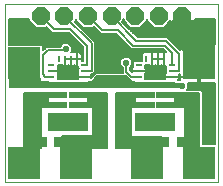
<source format=gtl>
G75*
%MOIN*%
%OFA0B0*%
%FSLAX25Y25*%
%IPPOS*%
%LPD*%
%AMOC8*
5,1,8,0,0,1.08239X$1,22.5*
%
%ADD10C,0.00000*%
%ADD11R,0.10630X0.10630*%
%ADD12R,0.02756X0.03543*%
%ADD13OC8,0.05906*%
%ADD14R,0.02362X0.00984*%
%ADD15R,0.13780X0.01969*%
%ADD16R,0.06594X0.01969*%
%ADD17R,0.13780X0.06299*%
%ADD18R,0.00984X0.02362*%
%ADD19C,0.00600*%
%ADD20R,0.02205X0.02205*%
%ADD21C,0.01000*%
%ADD22OC8,0.02205*%
%ADD23C,0.01600*%
D10*
X0002452Y0002452D02*
X0002452Y0061507D01*
X0073318Y0061507D01*
X0073318Y0002452D01*
X0002452Y0002452D01*
X0004459Y0005050D02*
X0004461Y0005098D01*
X0004467Y0005146D01*
X0004477Y0005193D01*
X0004490Y0005239D01*
X0004508Y0005284D01*
X0004528Y0005328D01*
X0004553Y0005370D01*
X0004581Y0005409D01*
X0004611Y0005446D01*
X0004645Y0005480D01*
X0004682Y0005512D01*
X0004720Y0005541D01*
X0004761Y0005566D01*
X0004804Y0005588D01*
X0004849Y0005606D01*
X0004895Y0005620D01*
X0004942Y0005631D01*
X0004990Y0005638D01*
X0005038Y0005641D01*
X0005086Y0005640D01*
X0005134Y0005635D01*
X0005182Y0005626D01*
X0005228Y0005614D01*
X0005273Y0005597D01*
X0005317Y0005577D01*
X0005359Y0005554D01*
X0005399Y0005527D01*
X0005437Y0005497D01*
X0005472Y0005464D01*
X0005504Y0005428D01*
X0005534Y0005390D01*
X0005560Y0005349D01*
X0005582Y0005306D01*
X0005602Y0005262D01*
X0005617Y0005217D01*
X0005629Y0005170D01*
X0005637Y0005122D01*
X0005641Y0005074D01*
X0005641Y0005026D01*
X0005637Y0004978D01*
X0005629Y0004930D01*
X0005617Y0004883D01*
X0005602Y0004838D01*
X0005582Y0004794D01*
X0005560Y0004751D01*
X0005534Y0004710D01*
X0005504Y0004672D01*
X0005472Y0004636D01*
X0005437Y0004603D01*
X0005399Y0004573D01*
X0005359Y0004546D01*
X0005317Y0004523D01*
X0005273Y0004503D01*
X0005228Y0004486D01*
X0005182Y0004474D01*
X0005134Y0004465D01*
X0005086Y0004460D01*
X0005038Y0004459D01*
X0004990Y0004462D01*
X0004942Y0004469D01*
X0004895Y0004480D01*
X0004849Y0004494D01*
X0004804Y0004512D01*
X0004761Y0004534D01*
X0004720Y0004559D01*
X0004682Y0004588D01*
X0004645Y0004620D01*
X0004611Y0004654D01*
X0004581Y0004691D01*
X0004553Y0004730D01*
X0004528Y0004772D01*
X0004508Y0004816D01*
X0004490Y0004861D01*
X0004477Y0004907D01*
X0004467Y0004954D01*
X0004461Y0005002D01*
X0004459Y0005050D01*
X0004459Y0012452D02*
X0004461Y0012500D01*
X0004467Y0012548D01*
X0004477Y0012595D01*
X0004490Y0012641D01*
X0004508Y0012686D01*
X0004528Y0012730D01*
X0004553Y0012772D01*
X0004581Y0012811D01*
X0004611Y0012848D01*
X0004645Y0012882D01*
X0004682Y0012914D01*
X0004720Y0012943D01*
X0004761Y0012968D01*
X0004804Y0012990D01*
X0004849Y0013008D01*
X0004895Y0013022D01*
X0004942Y0013033D01*
X0004990Y0013040D01*
X0005038Y0013043D01*
X0005086Y0013042D01*
X0005134Y0013037D01*
X0005182Y0013028D01*
X0005228Y0013016D01*
X0005273Y0012999D01*
X0005317Y0012979D01*
X0005359Y0012956D01*
X0005399Y0012929D01*
X0005437Y0012899D01*
X0005472Y0012866D01*
X0005504Y0012830D01*
X0005534Y0012792D01*
X0005560Y0012751D01*
X0005582Y0012708D01*
X0005602Y0012664D01*
X0005617Y0012619D01*
X0005629Y0012572D01*
X0005637Y0012524D01*
X0005641Y0012476D01*
X0005641Y0012428D01*
X0005637Y0012380D01*
X0005629Y0012332D01*
X0005617Y0012285D01*
X0005602Y0012240D01*
X0005582Y0012196D01*
X0005560Y0012153D01*
X0005534Y0012112D01*
X0005504Y0012074D01*
X0005472Y0012038D01*
X0005437Y0012005D01*
X0005399Y0011975D01*
X0005359Y0011948D01*
X0005317Y0011925D01*
X0005273Y0011905D01*
X0005228Y0011888D01*
X0005182Y0011876D01*
X0005134Y0011867D01*
X0005086Y0011862D01*
X0005038Y0011861D01*
X0004990Y0011864D01*
X0004942Y0011871D01*
X0004895Y0011882D01*
X0004849Y0011896D01*
X0004804Y0011914D01*
X0004761Y0011936D01*
X0004720Y0011961D01*
X0004682Y0011990D01*
X0004645Y0012022D01*
X0004611Y0012056D01*
X0004581Y0012093D01*
X0004553Y0012132D01*
X0004528Y0012174D01*
X0004508Y0012218D01*
X0004490Y0012263D01*
X0004477Y0012309D01*
X0004467Y0012356D01*
X0004461Y0012404D01*
X0004459Y0012452D01*
X0011861Y0012452D02*
X0011863Y0012500D01*
X0011869Y0012548D01*
X0011879Y0012595D01*
X0011892Y0012641D01*
X0011910Y0012686D01*
X0011930Y0012730D01*
X0011955Y0012772D01*
X0011983Y0012811D01*
X0012013Y0012848D01*
X0012047Y0012882D01*
X0012084Y0012914D01*
X0012122Y0012943D01*
X0012163Y0012968D01*
X0012206Y0012990D01*
X0012251Y0013008D01*
X0012297Y0013022D01*
X0012344Y0013033D01*
X0012392Y0013040D01*
X0012440Y0013043D01*
X0012488Y0013042D01*
X0012536Y0013037D01*
X0012584Y0013028D01*
X0012630Y0013016D01*
X0012675Y0012999D01*
X0012719Y0012979D01*
X0012761Y0012956D01*
X0012801Y0012929D01*
X0012839Y0012899D01*
X0012874Y0012866D01*
X0012906Y0012830D01*
X0012936Y0012792D01*
X0012962Y0012751D01*
X0012984Y0012708D01*
X0013004Y0012664D01*
X0013019Y0012619D01*
X0013031Y0012572D01*
X0013039Y0012524D01*
X0013043Y0012476D01*
X0013043Y0012428D01*
X0013039Y0012380D01*
X0013031Y0012332D01*
X0013019Y0012285D01*
X0013004Y0012240D01*
X0012984Y0012196D01*
X0012962Y0012153D01*
X0012936Y0012112D01*
X0012906Y0012074D01*
X0012874Y0012038D01*
X0012839Y0012005D01*
X0012801Y0011975D01*
X0012761Y0011948D01*
X0012719Y0011925D01*
X0012675Y0011905D01*
X0012630Y0011888D01*
X0012584Y0011876D01*
X0012536Y0011867D01*
X0012488Y0011862D01*
X0012440Y0011861D01*
X0012392Y0011864D01*
X0012344Y0011871D01*
X0012297Y0011882D01*
X0012251Y0011896D01*
X0012206Y0011914D01*
X0012163Y0011936D01*
X0012122Y0011961D01*
X0012084Y0011990D01*
X0012047Y0012022D01*
X0012013Y0012056D01*
X0011983Y0012093D01*
X0011955Y0012132D01*
X0011930Y0012174D01*
X0011910Y0012218D01*
X0011892Y0012263D01*
X0011879Y0012309D01*
X0011869Y0012356D01*
X0011863Y0012404D01*
X0011861Y0012452D01*
X0011861Y0005050D02*
X0011863Y0005098D01*
X0011869Y0005146D01*
X0011879Y0005193D01*
X0011892Y0005239D01*
X0011910Y0005284D01*
X0011930Y0005328D01*
X0011955Y0005370D01*
X0011983Y0005409D01*
X0012013Y0005446D01*
X0012047Y0005480D01*
X0012084Y0005512D01*
X0012122Y0005541D01*
X0012163Y0005566D01*
X0012206Y0005588D01*
X0012251Y0005606D01*
X0012297Y0005620D01*
X0012344Y0005631D01*
X0012392Y0005638D01*
X0012440Y0005641D01*
X0012488Y0005640D01*
X0012536Y0005635D01*
X0012584Y0005626D01*
X0012630Y0005614D01*
X0012675Y0005597D01*
X0012719Y0005577D01*
X0012761Y0005554D01*
X0012801Y0005527D01*
X0012839Y0005497D01*
X0012874Y0005464D01*
X0012906Y0005428D01*
X0012936Y0005390D01*
X0012962Y0005349D01*
X0012984Y0005306D01*
X0013004Y0005262D01*
X0013019Y0005217D01*
X0013031Y0005170D01*
X0013039Y0005122D01*
X0013043Y0005074D01*
X0013043Y0005026D01*
X0013039Y0004978D01*
X0013031Y0004930D01*
X0013019Y0004883D01*
X0013004Y0004838D01*
X0012984Y0004794D01*
X0012962Y0004751D01*
X0012936Y0004710D01*
X0012906Y0004672D01*
X0012874Y0004636D01*
X0012839Y0004603D01*
X0012801Y0004573D01*
X0012761Y0004546D01*
X0012719Y0004523D01*
X0012675Y0004503D01*
X0012630Y0004486D01*
X0012584Y0004474D01*
X0012536Y0004465D01*
X0012488Y0004460D01*
X0012440Y0004459D01*
X0012392Y0004462D01*
X0012344Y0004469D01*
X0012297Y0004480D01*
X0012251Y0004494D01*
X0012206Y0004512D01*
X0012163Y0004534D01*
X0012122Y0004559D01*
X0012084Y0004588D01*
X0012047Y0004620D01*
X0012013Y0004654D01*
X0011983Y0004691D01*
X0011955Y0004730D01*
X0011930Y0004772D01*
X0011910Y0004816D01*
X0011892Y0004861D01*
X0011879Y0004907D01*
X0011869Y0004954D01*
X0011863Y0005002D01*
X0011861Y0005050D01*
X0021782Y0005050D02*
X0021784Y0005098D01*
X0021790Y0005146D01*
X0021800Y0005193D01*
X0021813Y0005239D01*
X0021831Y0005284D01*
X0021851Y0005328D01*
X0021876Y0005370D01*
X0021904Y0005409D01*
X0021934Y0005446D01*
X0021968Y0005480D01*
X0022005Y0005512D01*
X0022043Y0005541D01*
X0022084Y0005566D01*
X0022127Y0005588D01*
X0022172Y0005606D01*
X0022218Y0005620D01*
X0022265Y0005631D01*
X0022313Y0005638D01*
X0022361Y0005641D01*
X0022409Y0005640D01*
X0022457Y0005635D01*
X0022505Y0005626D01*
X0022551Y0005614D01*
X0022596Y0005597D01*
X0022640Y0005577D01*
X0022682Y0005554D01*
X0022722Y0005527D01*
X0022760Y0005497D01*
X0022795Y0005464D01*
X0022827Y0005428D01*
X0022857Y0005390D01*
X0022883Y0005349D01*
X0022905Y0005306D01*
X0022925Y0005262D01*
X0022940Y0005217D01*
X0022952Y0005170D01*
X0022960Y0005122D01*
X0022964Y0005074D01*
X0022964Y0005026D01*
X0022960Y0004978D01*
X0022952Y0004930D01*
X0022940Y0004883D01*
X0022925Y0004838D01*
X0022905Y0004794D01*
X0022883Y0004751D01*
X0022857Y0004710D01*
X0022827Y0004672D01*
X0022795Y0004636D01*
X0022760Y0004603D01*
X0022722Y0004573D01*
X0022682Y0004546D01*
X0022640Y0004523D01*
X0022596Y0004503D01*
X0022551Y0004486D01*
X0022505Y0004474D01*
X0022457Y0004465D01*
X0022409Y0004460D01*
X0022361Y0004459D01*
X0022313Y0004462D01*
X0022265Y0004469D01*
X0022218Y0004480D01*
X0022172Y0004494D01*
X0022127Y0004512D01*
X0022084Y0004534D01*
X0022043Y0004559D01*
X0022005Y0004588D01*
X0021968Y0004620D01*
X0021934Y0004654D01*
X0021904Y0004691D01*
X0021876Y0004730D01*
X0021851Y0004772D01*
X0021831Y0004816D01*
X0021813Y0004861D01*
X0021800Y0004907D01*
X0021790Y0004954D01*
X0021784Y0005002D01*
X0021782Y0005050D01*
X0029183Y0005050D02*
X0029185Y0005098D01*
X0029191Y0005146D01*
X0029201Y0005193D01*
X0029214Y0005239D01*
X0029232Y0005284D01*
X0029252Y0005328D01*
X0029277Y0005370D01*
X0029305Y0005409D01*
X0029335Y0005446D01*
X0029369Y0005480D01*
X0029406Y0005512D01*
X0029444Y0005541D01*
X0029485Y0005566D01*
X0029528Y0005588D01*
X0029573Y0005606D01*
X0029619Y0005620D01*
X0029666Y0005631D01*
X0029714Y0005638D01*
X0029762Y0005641D01*
X0029810Y0005640D01*
X0029858Y0005635D01*
X0029906Y0005626D01*
X0029952Y0005614D01*
X0029997Y0005597D01*
X0030041Y0005577D01*
X0030083Y0005554D01*
X0030123Y0005527D01*
X0030161Y0005497D01*
X0030196Y0005464D01*
X0030228Y0005428D01*
X0030258Y0005390D01*
X0030284Y0005349D01*
X0030306Y0005306D01*
X0030326Y0005262D01*
X0030341Y0005217D01*
X0030353Y0005170D01*
X0030361Y0005122D01*
X0030365Y0005074D01*
X0030365Y0005026D01*
X0030361Y0004978D01*
X0030353Y0004930D01*
X0030341Y0004883D01*
X0030326Y0004838D01*
X0030306Y0004794D01*
X0030284Y0004751D01*
X0030258Y0004710D01*
X0030228Y0004672D01*
X0030196Y0004636D01*
X0030161Y0004603D01*
X0030123Y0004573D01*
X0030083Y0004546D01*
X0030041Y0004523D01*
X0029997Y0004503D01*
X0029952Y0004486D01*
X0029906Y0004474D01*
X0029858Y0004465D01*
X0029810Y0004460D01*
X0029762Y0004459D01*
X0029714Y0004462D01*
X0029666Y0004469D01*
X0029619Y0004480D01*
X0029573Y0004494D01*
X0029528Y0004512D01*
X0029485Y0004534D01*
X0029444Y0004559D01*
X0029406Y0004588D01*
X0029369Y0004620D01*
X0029335Y0004654D01*
X0029305Y0004691D01*
X0029277Y0004730D01*
X0029252Y0004772D01*
X0029232Y0004816D01*
X0029214Y0004861D01*
X0029201Y0004907D01*
X0029191Y0004954D01*
X0029185Y0005002D01*
X0029183Y0005050D01*
X0029183Y0012452D02*
X0029185Y0012500D01*
X0029191Y0012548D01*
X0029201Y0012595D01*
X0029214Y0012641D01*
X0029232Y0012686D01*
X0029252Y0012730D01*
X0029277Y0012772D01*
X0029305Y0012811D01*
X0029335Y0012848D01*
X0029369Y0012882D01*
X0029406Y0012914D01*
X0029444Y0012943D01*
X0029485Y0012968D01*
X0029528Y0012990D01*
X0029573Y0013008D01*
X0029619Y0013022D01*
X0029666Y0013033D01*
X0029714Y0013040D01*
X0029762Y0013043D01*
X0029810Y0013042D01*
X0029858Y0013037D01*
X0029906Y0013028D01*
X0029952Y0013016D01*
X0029997Y0012999D01*
X0030041Y0012979D01*
X0030083Y0012956D01*
X0030123Y0012929D01*
X0030161Y0012899D01*
X0030196Y0012866D01*
X0030228Y0012830D01*
X0030258Y0012792D01*
X0030284Y0012751D01*
X0030306Y0012708D01*
X0030326Y0012664D01*
X0030341Y0012619D01*
X0030353Y0012572D01*
X0030361Y0012524D01*
X0030365Y0012476D01*
X0030365Y0012428D01*
X0030361Y0012380D01*
X0030353Y0012332D01*
X0030341Y0012285D01*
X0030326Y0012240D01*
X0030306Y0012196D01*
X0030284Y0012153D01*
X0030258Y0012112D01*
X0030228Y0012074D01*
X0030196Y0012038D01*
X0030161Y0012005D01*
X0030123Y0011975D01*
X0030083Y0011948D01*
X0030041Y0011925D01*
X0029997Y0011905D01*
X0029952Y0011888D01*
X0029906Y0011876D01*
X0029858Y0011867D01*
X0029810Y0011862D01*
X0029762Y0011861D01*
X0029714Y0011864D01*
X0029666Y0011871D01*
X0029619Y0011882D01*
X0029573Y0011896D01*
X0029528Y0011914D01*
X0029485Y0011936D01*
X0029444Y0011961D01*
X0029406Y0011990D01*
X0029369Y0012022D01*
X0029335Y0012056D01*
X0029305Y0012093D01*
X0029277Y0012132D01*
X0029252Y0012174D01*
X0029232Y0012218D01*
X0029214Y0012263D01*
X0029201Y0012309D01*
X0029191Y0012356D01*
X0029185Y0012404D01*
X0029183Y0012452D01*
X0021782Y0012452D02*
X0021784Y0012500D01*
X0021790Y0012548D01*
X0021800Y0012595D01*
X0021813Y0012641D01*
X0021831Y0012686D01*
X0021851Y0012730D01*
X0021876Y0012772D01*
X0021904Y0012811D01*
X0021934Y0012848D01*
X0021968Y0012882D01*
X0022005Y0012914D01*
X0022043Y0012943D01*
X0022084Y0012968D01*
X0022127Y0012990D01*
X0022172Y0013008D01*
X0022218Y0013022D01*
X0022265Y0013033D01*
X0022313Y0013040D01*
X0022361Y0013043D01*
X0022409Y0013042D01*
X0022457Y0013037D01*
X0022505Y0013028D01*
X0022551Y0013016D01*
X0022596Y0012999D01*
X0022640Y0012979D01*
X0022682Y0012956D01*
X0022722Y0012929D01*
X0022760Y0012899D01*
X0022795Y0012866D01*
X0022827Y0012830D01*
X0022857Y0012792D01*
X0022883Y0012751D01*
X0022905Y0012708D01*
X0022925Y0012664D01*
X0022940Y0012619D01*
X0022952Y0012572D01*
X0022960Y0012524D01*
X0022964Y0012476D01*
X0022964Y0012428D01*
X0022960Y0012380D01*
X0022952Y0012332D01*
X0022940Y0012285D01*
X0022925Y0012240D01*
X0022905Y0012196D01*
X0022883Y0012153D01*
X0022857Y0012112D01*
X0022827Y0012074D01*
X0022795Y0012038D01*
X0022760Y0012005D01*
X0022722Y0011975D01*
X0022682Y0011948D01*
X0022640Y0011925D01*
X0022596Y0011905D01*
X0022551Y0011888D01*
X0022505Y0011876D01*
X0022457Y0011867D01*
X0022409Y0011862D01*
X0022361Y0011861D01*
X0022313Y0011864D01*
X0022265Y0011871D01*
X0022218Y0011882D01*
X0022172Y0011896D01*
X0022127Y0011914D01*
X0022084Y0011936D01*
X0022043Y0011961D01*
X0022005Y0011990D01*
X0021968Y0012022D01*
X0021934Y0012056D01*
X0021904Y0012093D01*
X0021876Y0012132D01*
X0021851Y0012174D01*
X0021831Y0012218D01*
X0021813Y0012263D01*
X0021800Y0012309D01*
X0021790Y0012356D01*
X0021784Y0012404D01*
X0021782Y0012452D01*
X0045404Y0012452D02*
X0045406Y0012500D01*
X0045412Y0012548D01*
X0045422Y0012595D01*
X0045435Y0012641D01*
X0045453Y0012686D01*
X0045473Y0012730D01*
X0045498Y0012772D01*
X0045526Y0012811D01*
X0045556Y0012848D01*
X0045590Y0012882D01*
X0045627Y0012914D01*
X0045665Y0012943D01*
X0045706Y0012968D01*
X0045749Y0012990D01*
X0045794Y0013008D01*
X0045840Y0013022D01*
X0045887Y0013033D01*
X0045935Y0013040D01*
X0045983Y0013043D01*
X0046031Y0013042D01*
X0046079Y0013037D01*
X0046127Y0013028D01*
X0046173Y0013016D01*
X0046218Y0012999D01*
X0046262Y0012979D01*
X0046304Y0012956D01*
X0046344Y0012929D01*
X0046382Y0012899D01*
X0046417Y0012866D01*
X0046449Y0012830D01*
X0046479Y0012792D01*
X0046505Y0012751D01*
X0046527Y0012708D01*
X0046547Y0012664D01*
X0046562Y0012619D01*
X0046574Y0012572D01*
X0046582Y0012524D01*
X0046586Y0012476D01*
X0046586Y0012428D01*
X0046582Y0012380D01*
X0046574Y0012332D01*
X0046562Y0012285D01*
X0046547Y0012240D01*
X0046527Y0012196D01*
X0046505Y0012153D01*
X0046479Y0012112D01*
X0046449Y0012074D01*
X0046417Y0012038D01*
X0046382Y0012005D01*
X0046344Y0011975D01*
X0046304Y0011948D01*
X0046262Y0011925D01*
X0046218Y0011905D01*
X0046173Y0011888D01*
X0046127Y0011876D01*
X0046079Y0011867D01*
X0046031Y0011862D01*
X0045983Y0011861D01*
X0045935Y0011864D01*
X0045887Y0011871D01*
X0045840Y0011882D01*
X0045794Y0011896D01*
X0045749Y0011914D01*
X0045706Y0011936D01*
X0045665Y0011961D01*
X0045627Y0011990D01*
X0045590Y0012022D01*
X0045556Y0012056D01*
X0045526Y0012093D01*
X0045498Y0012132D01*
X0045473Y0012174D01*
X0045453Y0012218D01*
X0045435Y0012263D01*
X0045422Y0012309D01*
X0045412Y0012356D01*
X0045406Y0012404D01*
X0045404Y0012452D01*
X0052805Y0012452D02*
X0052807Y0012500D01*
X0052813Y0012548D01*
X0052823Y0012595D01*
X0052836Y0012641D01*
X0052854Y0012686D01*
X0052874Y0012730D01*
X0052899Y0012772D01*
X0052927Y0012811D01*
X0052957Y0012848D01*
X0052991Y0012882D01*
X0053028Y0012914D01*
X0053066Y0012943D01*
X0053107Y0012968D01*
X0053150Y0012990D01*
X0053195Y0013008D01*
X0053241Y0013022D01*
X0053288Y0013033D01*
X0053336Y0013040D01*
X0053384Y0013043D01*
X0053432Y0013042D01*
X0053480Y0013037D01*
X0053528Y0013028D01*
X0053574Y0013016D01*
X0053619Y0012999D01*
X0053663Y0012979D01*
X0053705Y0012956D01*
X0053745Y0012929D01*
X0053783Y0012899D01*
X0053818Y0012866D01*
X0053850Y0012830D01*
X0053880Y0012792D01*
X0053906Y0012751D01*
X0053928Y0012708D01*
X0053948Y0012664D01*
X0053963Y0012619D01*
X0053975Y0012572D01*
X0053983Y0012524D01*
X0053987Y0012476D01*
X0053987Y0012428D01*
X0053983Y0012380D01*
X0053975Y0012332D01*
X0053963Y0012285D01*
X0053948Y0012240D01*
X0053928Y0012196D01*
X0053906Y0012153D01*
X0053880Y0012112D01*
X0053850Y0012074D01*
X0053818Y0012038D01*
X0053783Y0012005D01*
X0053745Y0011975D01*
X0053705Y0011948D01*
X0053663Y0011925D01*
X0053619Y0011905D01*
X0053574Y0011888D01*
X0053528Y0011876D01*
X0053480Y0011867D01*
X0053432Y0011862D01*
X0053384Y0011861D01*
X0053336Y0011864D01*
X0053288Y0011871D01*
X0053241Y0011882D01*
X0053195Y0011896D01*
X0053150Y0011914D01*
X0053107Y0011936D01*
X0053066Y0011961D01*
X0053028Y0011990D01*
X0052991Y0012022D01*
X0052957Y0012056D01*
X0052927Y0012093D01*
X0052899Y0012132D01*
X0052874Y0012174D01*
X0052854Y0012218D01*
X0052836Y0012263D01*
X0052823Y0012309D01*
X0052813Y0012356D01*
X0052807Y0012404D01*
X0052805Y0012452D01*
X0052805Y0005050D02*
X0052807Y0005098D01*
X0052813Y0005146D01*
X0052823Y0005193D01*
X0052836Y0005239D01*
X0052854Y0005284D01*
X0052874Y0005328D01*
X0052899Y0005370D01*
X0052927Y0005409D01*
X0052957Y0005446D01*
X0052991Y0005480D01*
X0053028Y0005512D01*
X0053066Y0005541D01*
X0053107Y0005566D01*
X0053150Y0005588D01*
X0053195Y0005606D01*
X0053241Y0005620D01*
X0053288Y0005631D01*
X0053336Y0005638D01*
X0053384Y0005641D01*
X0053432Y0005640D01*
X0053480Y0005635D01*
X0053528Y0005626D01*
X0053574Y0005614D01*
X0053619Y0005597D01*
X0053663Y0005577D01*
X0053705Y0005554D01*
X0053745Y0005527D01*
X0053783Y0005497D01*
X0053818Y0005464D01*
X0053850Y0005428D01*
X0053880Y0005390D01*
X0053906Y0005349D01*
X0053928Y0005306D01*
X0053948Y0005262D01*
X0053963Y0005217D01*
X0053975Y0005170D01*
X0053983Y0005122D01*
X0053987Y0005074D01*
X0053987Y0005026D01*
X0053983Y0004978D01*
X0053975Y0004930D01*
X0053963Y0004883D01*
X0053948Y0004838D01*
X0053928Y0004794D01*
X0053906Y0004751D01*
X0053880Y0004710D01*
X0053850Y0004672D01*
X0053818Y0004636D01*
X0053783Y0004603D01*
X0053745Y0004573D01*
X0053705Y0004546D01*
X0053663Y0004523D01*
X0053619Y0004503D01*
X0053574Y0004486D01*
X0053528Y0004474D01*
X0053480Y0004465D01*
X0053432Y0004460D01*
X0053384Y0004459D01*
X0053336Y0004462D01*
X0053288Y0004469D01*
X0053241Y0004480D01*
X0053195Y0004494D01*
X0053150Y0004512D01*
X0053107Y0004534D01*
X0053066Y0004559D01*
X0053028Y0004588D01*
X0052991Y0004620D01*
X0052957Y0004654D01*
X0052927Y0004691D01*
X0052899Y0004730D01*
X0052874Y0004772D01*
X0052854Y0004816D01*
X0052836Y0004861D01*
X0052823Y0004907D01*
X0052813Y0004954D01*
X0052807Y0005002D01*
X0052805Y0005050D01*
X0045404Y0005050D02*
X0045406Y0005098D01*
X0045412Y0005146D01*
X0045422Y0005193D01*
X0045435Y0005239D01*
X0045453Y0005284D01*
X0045473Y0005328D01*
X0045498Y0005370D01*
X0045526Y0005409D01*
X0045556Y0005446D01*
X0045590Y0005480D01*
X0045627Y0005512D01*
X0045665Y0005541D01*
X0045706Y0005566D01*
X0045749Y0005588D01*
X0045794Y0005606D01*
X0045840Y0005620D01*
X0045887Y0005631D01*
X0045935Y0005638D01*
X0045983Y0005641D01*
X0046031Y0005640D01*
X0046079Y0005635D01*
X0046127Y0005626D01*
X0046173Y0005614D01*
X0046218Y0005597D01*
X0046262Y0005577D01*
X0046304Y0005554D01*
X0046344Y0005527D01*
X0046382Y0005497D01*
X0046417Y0005464D01*
X0046449Y0005428D01*
X0046479Y0005390D01*
X0046505Y0005349D01*
X0046527Y0005306D01*
X0046547Y0005262D01*
X0046562Y0005217D01*
X0046574Y0005170D01*
X0046582Y0005122D01*
X0046586Y0005074D01*
X0046586Y0005026D01*
X0046582Y0004978D01*
X0046574Y0004930D01*
X0046562Y0004883D01*
X0046547Y0004838D01*
X0046527Y0004794D01*
X0046505Y0004751D01*
X0046479Y0004710D01*
X0046449Y0004672D01*
X0046417Y0004636D01*
X0046382Y0004603D01*
X0046344Y0004573D01*
X0046304Y0004546D01*
X0046262Y0004523D01*
X0046218Y0004503D01*
X0046173Y0004486D01*
X0046127Y0004474D01*
X0046079Y0004465D01*
X0046031Y0004460D01*
X0045983Y0004459D01*
X0045935Y0004462D01*
X0045887Y0004469D01*
X0045840Y0004480D01*
X0045794Y0004494D01*
X0045749Y0004512D01*
X0045706Y0004534D01*
X0045665Y0004559D01*
X0045627Y0004588D01*
X0045590Y0004620D01*
X0045556Y0004654D01*
X0045526Y0004691D01*
X0045498Y0004730D01*
X0045473Y0004772D01*
X0045453Y0004816D01*
X0045435Y0004861D01*
X0045422Y0004907D01*
X0045412Y0004954D01*
X0045406Y0005002D01*
X0045404Y0005050D01*
X0062727Y0005050D02*
X0062729Y0005098D01*
X0062735Y0005146D01*
X0062745Y0005193D01*
X0062758Y0005239D01*
X0062776Y0005284D01*
X0062796Y0005328D01*
X0062821Y0005370D01*
X0062849Y0005409D01*
X0062879Y0005446D01*
X0062913Y0005480D01*
X0062950Y0005512D01*
X0062988Y0005541D01*
X0063029Y0005566D01*
X0063072Y0005588D01*
X0063117Y0005606D01*
X0063163Y0005620D01*
X0063210Y0005631D01*
X0063258Y0005638D01*
X0063306Y0005641D01*
X0063354Y0005640D01*
X0063402Y0005635D01*
X0063450Y0005626D01*
X0063496Y0005614D01*
X0063541Y0005597D01*
X0063585Y0005577D01*
X0063627Y0005554D01*
X0063667Y0005527D01*
X0063705Y0005497D01*
X0063740Y0005464D01*
X0063772Y0005428D01*
X0063802Y0005390D01*
X0063828Y0005349D01*
X0063850Y0005306D01*
X0063870Y0005262D01*
X0063885Y0005217D01*
X0063897Y0005170D01*
X0063905Y0005122D01*
X0063909Y0005074D01*
X0063909Y0005026D01*
X0063905Y0004978D01*
X0063897Y0004930D01*
X0063885Y0004883D01*
X0063870Y0004838D01*
X0063850Y0004794D01*
X0063828Y0004751D01*
X0063802Y0004710D01*
X0063772Y0004672D01*
X0063740Y0004636D01*
X0063705Y0004603D01*
X0063667Y0004573D01*
X0063627Y0004546D01*
X0063585Y0004523D01*
X0063541Y0004503D01*
X0063496Y0004486D01*
X0063450Y0004474D01*
X0063402Y0004465D01*
X0063354Y0004460D01*
X0063306Y0004459D01*
X0063258Y0004462D01*
X0063210Y0004469D01*
X0063163Y0004480D01*
X0063117Y0004494D01*
X0063072Y0004512D01*
X0063029Y0004534D01*
X0062988Y0004559D01*
X0062950Y0004588D01*
X0062913Y0004620D01*
X0062879Y0004654D01*
X0062849Y0004691D01*
X0062821Y0004730D01*
X0062796Y0004772D01*
X0062776Y0004816D01*
X0062758Y0004861D01*
X0062745Y0004907D01*
X0062735Y0004954D01*
X0062729Y0005002D01*
X0062727Y0005050D01*
X0062727Y0012452D02*
X0062729Y0012500D01*
X0062735Y0012548D01*
X0062745Y0012595D01*
X0062758Y0012641D01*
X0062776Y0012686D01*
X0062796Y0012730D01*
X0062821Y0012772D01*
X0062849Y0012811D01*
X0062879Y0012848D01*
X0062913Y0012882D01*
X0062950Y0012914D01*
X0062988Y0012943D01*
X0063029Y0012968D01*
X0063072Y0012990D01*
X0063117Y0013008D01*
X0063163Y0013022D01*
X0063210Y0013033D01*
X0063258Y0013040D01*
X0063306Y0013043D01*
X0063354Y0013042D01*
X0063402Y0013037D01*
X0063450Y0013028D01*
X0063496Y0013016D01*
X0063541Y0012999D01*
X0063585Y0012979D01*
X0063627Y0012956D01*
X0063667Y0012929D01*
X0063705Y0012899D01*
X0063740Y0012866D01*
X0063772Y0012830D01*
X0063802Y0012792D01*
X0063828Y0012751D01*
X0063850Y0012708D01*
X0063870Y0012664D01*
X0063885Y0012619D01*
X0063897Y0012572D01*
X0063905Y0012524D01*
X0063909Y0012476D01*
X0063909Y0012428D01*
X0063905Y0012380D01*
X0063897Y0012332D01*
X0063885Y0012285D01*
X0063870Y0012240D01*
X0063850Y0012196D01*
X0063828Y0012153D01*
X0063802Y0012112D01*
X0063772Y0012074D01*
X0063740Y0012038D01*
X0063705Y0012005D01*
X0063667Y0011975D01*
X0063627Y0011948D01*
X0063585Y0011925D01*
X0063541Y0011905D01*
X0063496Y0011888D01*
X0063450Y0011876D01*
X0063402Y0011867D01*
X0063354Y0011862D01*
X0063306Y0011861D01*
X0063258Y0011864D01*
X0063210Y0011871D01*
X0063163Y0011882D01*
X0063117Y0011896D01*
X0063072Y0011914D01*
X0063029Y0011936D01*
X0062988Y0011961D01*
X0062950Y0011990D01*
X0062913Y0012022D01*
X0062879Y0012056D01*
X0062849Y0012093D01*
X0062821Y0012132D01*
X0062796Y0012174D01*
X0062776Y0012218D01*
X0062758Y0012263D01*
X0062745Y0012309D01*
X0062735Y0012356D01*
X0062729Y0012404D01*
X0062727Y0012452D01*
X0070128Y0012452D02*
X0070130Y0012500D01*
X0070136Y0012548D01*
X0070146Y0012595D01*
X0070159Y0012641D01*
X0070177Y0012686D01*
X0070197Y0012730D01*
X0070222Y0012772D01*
X0070250Y0012811D01*
X0070280Y0012848D01*
X0070314Y0012882D01*
X0070351Y0012914D01*
X0070389Y0012943D01*
X0070430Y0012968D01*
X0070473Y0012990D01*
X0070518Y0013008D01*
X0070564Y0013022D01*
X0070611Y0013033D01*
X0070659Y0013040D01*
X0070707Y0013043D01*
X0070755Y0013042D01*
X0070803Y0013037D01*
X0070851Y0013028D01*
X0070897Y0013016D01*
X0070942Y0012999D01*
X0070986Y0012979D01*
X0071028Y0012956D01*
X0071068Y0012929D01*
X0071106Y0012899D01*
X0071141Y0012866D01*
X0071173Y0012830D01*
X0071203Y0012792D01*
X0071229Y0012751D01*
X0071251Y0012708D01*
X0071271Y0012664D01*
X0071286Y0012619D01*
X0071298Y0012572D01*
X0071306Y0012524D01*
X0071310Y0012476D01*
X0071310Y0012428D01*
X0071306Y0012380D01*
X0071298Y0012332D01*
X0071286Y0012285D01*
X0071271Y0012240D01*
X0071251Y0012196D01*
X0071229Y0012153D01*
X0071203Y0012112D01*
X0071173Y0012074D01*
X0071141Y0012038D01*
X0071106Y0012005D01*
X0071068Y0011975D01*
X0071028Y0011948D01*
X0070986Y0011925D01*
X0070942Y0011905D01*
X0070897Y0011888D01*
X0070851Y0011876D01*
X0070803Y0011867D01*
X0070755Y0011862D01*
X0070707Y0011861D01*
X0070659Y0011864D01*
X0070611Y0011871D01*
X0070564Y0011882D01*
X0070518Y0011896D01*
X0070473Y0011914D01*
X0070430Y0011936D01*
X0070389Y0011961D01*
X0070351Y0011990D01*
X0070314Y0012022D01*
X0070280Y0012056D01*
X0070250Y0012093D01*
X0070222Y0012132D01*
X0070197Y0012174D01*
X0070177Y0012218D01*
X0070159Y0012263D01*
X0070146Y0012309D01*
X0070136Y0012356D01*
X0070130Y0012404D01*
X0070128Y0012452D01*
X0070128Y0005050D02*
X0070130Y0005098D01*
X0070136Y0005146D01*
X0070146Y0005193D01*
X0070159Y0005239D01*
X0070177Y0005284D01*
X0070197Y0005328D01*
X0070222Y0005370D01*
X0070250Y0005409D01*
X0070280Y0005446D01*
X0070314Y0005480D01*
X0070351Y0005512D01*
X0070389Y0005541D01*
X0070430Y0005566D01*
X0070473Y0005588D01*
X0070518Y0005606D01*
X0070564Y0005620D01*
X0070611Y0005631D01*
X0070659Y0005638D01*
X0070707Y0005641D01*
X0070755Y0005640D01*
X0070803Y0005635D01*
X0070851Y0005626D01*
X0070897Y0005614D01*
X0070942Y0005597D01*
X0070986Y0005577D01*
X0071028Y0005554D01*
X0071068Y0005527D01*
X0071106Y0005497D01*
X0071141Y0005464D01*
X0071173Y0005428D01*
X0071203Y0005390D01*
X0071229Y0005349D01*
X0071251Y0005306D01*
X0071271Y0005262D01*
X0071286Y0005217D01*
X0071298Y0005170D01*
X0071306Y0005122D01*
X0071310Y0005074D01*
X0071310Y0005026D01*
X0071306Y0004978D01*
X0071298Y0004930D01*
X0071286Y0004883D01*
X0071271Y0004838D01*
X0071251Y0004794D01*
X0071229Y0004751D01*
X0071203Y0004710D01*
X0071173Y0004672D01*
X0071141Y0004636D01*
X0071106Y0004603D01*
X0071068Y0004573D01*
X0071028Y0004546D01*
X0070986Y0004523D01*
X0070942Y0004503D01*
X0070897Y0004486D01*
X0070851Y0004474D01*
X0070803Y0004465D01*
X0070755Y0004460D01*
X0070707Y0004459D01*
X0070659Y0004462D01*
X0070611Y0004469D01*
X0070564Y0004480D01*
X0070518Y0004494D01*
X0070473Y0004512D01*
X0070430Y0004534D01*
X0070389Y0004559D01*
X0070351Y0004588D01*
X0070314Y0004620D01*
X0070280Y0004654D01*
X0070250Y0004691D01*
X0070222Y0004730D01*
X0070197Y0004772D01*
X0070177Y0004816D01*
X0070159Y0004861D01*
X0070146Y0004907D01*
X0070136Y0004954D01*
X0070130Y0005002D01*
X0070128Y0005050D01*
X0070128Y0038121D02*
X0070130Y0038169D01*
X0070136Y0038217D01*
X0070146Y0038264D01*
X0070159Y0038310D01*
X0070177Y0038355D01*
X0070197Y0038399D01*
X0070222Y0038441D01*
X0070250Y0038480D01*
X0070280Y0038517D01*
X0070314Y0038551D01*
X0070351Y0038583D01*
X0070389Y0038612D01*
X0070430Y0038637D01*
X0070473Y0038659D01*
X0070518Y0038677D01*
X0070564Y0038691D01*
X0070611Y0038702D01*
X0070659Y0038709D01*
X0070707Y0038712D01*
X0070755Y0038711D01*
X0070803Y0038706D01*
X0070851Y0038697D01*
X0070897Y0038685D01*
X0070942Y0038668D01*
X0070986Y0038648D01*
X0071028Y0038625D01*
X0071068Y0038598D01*
X0071106Y0038568D01*
X0071141Y0038535D01*
X0071173Y0038499D01*
X0071203Y0038461D01*
X0071229Y0038420D01*
X0071251Y0038377D01*
X0071271Y0038333D01*
X0071286Y0038288D01*
X0071298Y0038241D01*
X0071306Y0038193D01*
X0071310Y0038145D01*
X0071310Y0038097D01*
X0071306Y0038049D01*
X0071298Y0038001D01*
X0071286Y0037954D01*
X0071271Y0037909D01*
X0071251Y0037865D01*
X0071229Y0037822D01*
X0071203Y0037781D01*
X0071173Y0037743D01*
X0071141Y0037707D01*
X0071106Y0037674D01*
X0071068Y0037644D01*
X0071028Y0037617D01*
X0070986Y0037594D01*
X0070942Y0037574D01*
X0070897Y0037557D01*
X0070851Y0037545D01*
X0070803Y0037536D01*
X0070755Y0037531D01*
X0070707Y0037530D01*
X0070659Y0037533D01*
X0070611Y0037540D01*
X0070564Y0037551D01*
X0070518Y0037565D01*
X0070473Y0037583D01*
X0070430Y0037605D01*
X0070389Y0037630D01*
X0070351Y0037659D01*
X0070314Y0037691D01*
X0070280Y0037725D01*
X0070250Y0037762D01*
X0070222Y0037801D01*
X0070197Y0037843D01*
X0070177Y0037887D01*
X0070159Y0037932D01*
X0070146Y0037978D01*
X0070136Y0038025D01*
X0070130Y0038073D01*
X0070128Y0038121D01*
X0062727Y0038121D02*
X0062729Y0038169D01*
X0062735Y0038217D01*
X0062745Y0038264D01*
X0062758Y0038310D01*
X0062776Y0038355D01*
X0062796Y0038399D01*
X0062821Y0038441D01*
X0062849Y0038480D01*
X0062879Y0038517D01*
X0062913Y0038551D01*
X0062950Y0038583D01*
X0062988Y0038612D01*
X0063029Y0038637D01*
X0063072Y0038659D01*
X0063117Y0038677D01*
X0063163Y0038691D01*
X0063210Y0038702D01*
X0063258Y0038709D01*
X0063306Y0038712D01*
X0063354Y0038711D01*
X0063402Y0038706D01*
X0063450Y0038697D01*
X0063496Y0038685D01*
X0063541Y0038668D01*
X0063585Y0038648D01*
X0063627Y0038625D01*
X0063667Y0038598D01*
X0063705Y0038568D01*
X0063740Y0038535D01*
X0063772Y0038499D01*
X0063802Y0038461D01*
X0063828Y0038420D01*
X0063850Y0038377D01*
X0063870Y0038333D01*
X0063885Y0038288D01*
X0063897Y0038241D01*
X0063905Y0038193D01*
X0063909Y0038145D01*
X0063909Y0038097D01*
X0063905Y0038049D01*
X0063897Y0038001D01*
X0063885Y0037954D01*
X0063870Y0037909D01*
X0063850Y0037865D01*
X0063828Y0037822D01*
X0063802Y0037781D01*
X0063772Y0037743D01*
X0063740Y0037707D01*
X0063705Y0037674D01*
X0063667Y0037644D01*
X0063627Y0037617D01*
X0063585Y0037594D01*
X0063541Y0037574D01*
X0063496Y0037557D01*
X0063450Y0037545D01*
X0063402Y0037536D01*
X0063354Y0037531D01*
X0063306Y0037530D01*
X0063258Y0037533D01*
X0063210Y0037540D01*
X0063163Y0037551D01*
X0063117Y0037565D01*
X0063072Y0037583D01*
X0063029Y0037605D01*
X0062988Y0037630D01*
X0062950Y0037659D01*
X0062913Y0037691D01*
X0062879Y0037725D01*
X0062849Y0037762D01*
X0062821Y0037801D01*
X0062796Y0037843D01*
X0062776Y0037887D01*
X0062758Y0037932D01*
X0062745Y0037978D01*
X0062735Y0038025D01*
X0062729Y0038073D01*
X0062727Y0038121D01*
X0062727Y0045522D02*
X0062729Y0045570D01*
X0062735Y0045618D01*
X0062745Y0045665D01*
X0062758Y0045711D01*
X0062776Y0045756D01*
X0062796Y0045800D01*
X0062821Y0045842D01*
X0062849Y0045881D01*
X0062879Y0045918D01*
X0062913Y0045952D01*
X0062950Y0045984D01*
X0062988Y0046013D01*
X0063029Y0046038D01*
X0063072Y0046060D01*
X0063117Y0046078D01*
X0063163Y0046092D01*
X0063210Y0046103D01*
X0063258Y0046110D01*
X0063306Y0046113D01*
X0063354Y0046112D01*
X0063402Y0046107D01*
X0063450Y0046098D01*
X0063496Y0046086D01*
X0063541Y0046069D01*
X0063585Y0046049D01*
X0063627Y0046026D01*
X0063667Y0045999D01*
X0063705Y0045969D01*
X0063740Y0045936D01*
X0063772Y0045900D01*
X0063802Y0045862D01*
X0063828Y0045821D01*
X0063850Y0045778D01*
X0063870Y0045734D01*
X0063885Y0045689D01*
X0063897Y0045642D01*
X0063905Y0045594D01*
X0063909Y0045546D01*
X0063909Y0045498D01*
X0063905Y0045450D01*
X0063897Y0045402D01*
X0063885Y0045355D01*
X0063870Y0045310D01*
X0063850Y0045266D01*
X0063828Y0045223D01*
X0063802Y0045182D01*
X0063772Y0045144D01*
X0063740Y0045108D01*
X0063705Y0045075D01*
X0063667Y0045045D01*
X0063627Y0045018D01*
X0063585Y0044995D01*
X0063541Y0044975D01*
X0063496Y0044958D01*
X0063450Y0044946D01*
X0063402Y0044937D01*
X0063354Y0044932D01*
X0063306Y0044931D01*
X0063258Y0044934D01*
X0063210Y0044941D01*
X0063163Y0044952D01*
X0063117Y0044966D01*
X0063072Y0044984D01*
X0063029Y0045006D01*
X0062988Y0045031D01*
X0062950Y0045060D01*
X0062913Y0045092D01*
X0062879Y0045126D01*
X0062849Y0045163D01*
X0062821Y0045202D01*
X0062796Y0045244D01*
X0062776Y0045288D01*
X0062758Y0045333D01*
X0062745Y0045379D01*
X0062735Y0045426D01*
X0062729Y0045474D01*
X0062727Y0045522D01*
X0070128Y0045522D02*
X0070130Y0045570D01*
X0070136Y0045618D01*
X0070146Y0045665D01*
X0070159Y0045711D01*
X0070177Y0045756D01*
X0070197Y0045800D01*
X0070222Y0045842D01*
X0070250Y0045881D01*
X0070280Y0045918D01*
X0070314Y0045952D01*
X0070351Y0045984D01*
X0070389Y0046013D01*
X0070430Y0046038D01*
X0070473Y0046060D01*
X0070518Y0046078D01*
X0070564Y0046092D01*
X0070611Y0046103D01*
X0070659Y0046110D01*
X0070707Y0046113D01*
X0070755Y0046112D01*
X0070803Y0046107D01*
X0070851Y0046098D01*
X0070897Y0046086D01*
X0070942Y0046069D01*
X0070986Y0046049D01*
X0071028Y0046026D01*
X0071068Y0045999D01*
X0071106Y0045969D01*
X0071141Y0045936D01*
X0071173Y0045900D01*
X0071203Y0045862D01*
X0071229Y0045821D01*
X0071251Y0045778D01*
X0071271Y0045734D01*
X0071286Y0045689D01*
X0071298Y0045642D01*
X0071306Y0045594D01*
X0071310Y0045546D01*
X0071310Y0045498D01*
X0071306Y0045450D01*
X0071298Y0045402D01*
X0071286Y0045355D01*
X0071271Y0045310D01*
X0071251Y0045266D01*
X0071229Y0045223D01*
X0071203Y0045182D01*
X0071173Y0045144D01*
X0071141Y0045108D01*
X0071106Y0045075D01*
X0071068Y0045045D01*
X0071028Y0045018D01*
X0070986Y0044995D01*
X0070942Y0044975D01*
X0070897Y0044958D01*
X0070851Y0044946D01*
X0070803Y0044937D01*
X0070755Y0044932D01*
X0070707Y0044931D01*
X0070659Y0044934D01*
X0070611Y0044941D01*
X0070564Y0044952D01*
X0070518Y0044966D01*
X0070473Y0044984D01*
X0070430Y0045006D01*
X0070389Y0045031D01*
X0070351Y0045060D01*
X0070314Y0045092D01*
X0070280Y0045126D01*
X0070250Y0045163D01*
X0070222Y0045202D01*
X0070197Y0045244D01*
X0070177Y0045288D01*
X0070159Y0045333D01*
X0070146Y0045379D01*
X0070136Y0045426D01*
X0070130Y0045474D01*
X0070128Y0045522D01*
X0011861Y0045522D02*
X0011863Y0045570D01*
X0011869Y0045618D01*
X0011879Y0045665D01*
X0011892Y0045711D01*
X0011910Y0045756D01*
X0011930Y0045800D01*
X0011955Y0045842D01*
X0011983Y0045881D01*
X0012013Y0045918D01*
X0012047Y0045952D01*
X0012084Y0045984D01*
X0012122Y0046013D01*
X0012163Y0046038D01*
X0012206Y0046060D01*
X0012251Y0046078D01*
X0012297Y0046092D01*
X0012344Y0046103D01*
X0012392Y0046110D01*
X0012440Y0046113D01*
X0012488Y0046112D01*
X0012536Y0046107D01*
X0012584Y0046098D01*
X0012630Y0046086D01*
X0012675Y0046069D01*
X0012719Y0046049D01*
X0012761Y0046026D01*
X0012801Y0045999D01*
X0012839Y0045969D01*
X0012874Y0045936D01*
X0012906Y0045900D01*
X0012936Y0045862D01*
X0012962Y0045821D01*
X0012984Y0045778D01*
X0013004Y0045734D01*
X0013019Y0045689D01*
X0013031Y0045642D01*
X0013039Y0045594D01*
X0013043Y0045546D01*
X0013043Y0045498D01*
X0013039Y0045450D01*
X0013031Y0045402D01*
X0013019Y0045355D01*
X0013004Y0045310D01*
X0012984Y0045266D01*
X0012962Y0045223D01*
X0012936Y0045182D01*
X0012906Y0045144D01*
X0012874Y0045108D01*
X0012839Y0045075D01*
X0012801Y0045045D01*
X0012761Y0045018D01*
X0012719Y0044995D01*
X0012675Y0044975D01*
X0012630Y0044958D01*
X0012584Y0044946D01*
X0012536Y0044937D01*
X0012488Y0044932D01*
X0012440Y0044931D01*
X0012392Y0044934D01*
X0012344Y0044941D01*
X0012297Y0044952D01*
X0012251Y0044966D01*
X0012206Y0044984D01*
X0012163Y0045006D01*
X0012122Y0045031D01*
X0012084Y0045060D01*
X0012047Y0045092D01*
X0012013Y0045126D01*
X0011983Y0045163D01*
X0011955Y0045202D01*
X0011930Y0045244D01*
X0011910Y0045288D01*
X0011892Y0045333D01*
X0011879Y0045379D01*
X0011869Y0045426D01*
X0011863Y0045474D01*
X0011861Y0045522D01*
X0004459Y0045522D02*
X0004461Y0045570D01*
X0004467Y0045618D01*
X0004477Y0045665D01*
X0004490Y0045711D01*
X0004508Y0045756D01*
X0004528Y0045800D01*
X0004553Y0045842D01*
X0004581Y0045881D01*
X0004611Y0045918D01*
X0004645Y0045952D01*
X0004682Y0045984D01*
X0004720Y0046013D01*
X0004761Y0046038D01*
X0004804Y0046060D01*
X0004849Y0046078D01*
X0004895Y0046092D01*
X0004942Y0046103D01*
X0004990Y0046110D01*
X0005038Y0046113D01*
X0005086Y0046112D01*
X0005134Y0046107D01*
X0005182Y0046098D01*
X0005228Y0046086D01*
X0005273Y0046069D01*
X0005317Y0046049D01*
X0005359Y0046026D01*
X0005399Y0045999D01*
X0005437Y0045969D01*
X0005472Y0045936D01*
X0005504Y0045900D01*
X0005534Y0045862D01*
X0005560Y0045821D01*
X0005582Y0045778D01*
X0005602Y0045734D01*
X0005617Y0045689D01*
X0005629Y0045642D01*
X0005637Y0045594D01*
X0005641Y0045546D01*
X0005641Y0045498D01*
X0005637Y0045450D01*
X0005629Y0045402D01*
X0005617Y0045355D01*
X0005602Y0045310D01*
X0005582Y0045266D01*
X0005560Y0045223D01*
X0005534Y0045182D01*
X0005504Y0045144D01*
X0005472Y0045108D01*
X0005437Y0045075D01*
X0005399Y0045045D01*
X0005359Y0045018D01*
X0005317Y0044995D01*
X0005273Y0044975D01*
X0005228Y0044958D01*
X0005182Y0044946D01*
X0005134Y0044937D01*
X0005086Y0044932D01*
X0005038Y0044931D01*
X0004990Y0044934D01*
X0004942Y0044941D01*
X0004895Y0044952D01*
X0004849Y0044966D01*
X0004804Y0044984D01*
X0004761Y0045006D01*
X0004720Y0045031D01*
X0004682Y0045060D01*
X0004645Y0045092D01*
X0004611Y0045126D01*
X0004581Y0045163D01*
X0004553Y0045202D01*
X0004528Y0045244D01*
X0004508Y0045288D01*
X0004490Y0045333D01*
X0004477Y0045379D01*
X0004467Y0045426D01*
X0004461Y0045474D01*
X0004459Y0045522D01*
X0004459Y0038121D02*
X0004461Y0038169D01*
X0004467Y0038217D01*
X0004477Y0038264D01*
X0004490Y0038310D01*
X0004508Y0038355D01*
X0004528Y0038399D01*
X0004553Y0038441D01*
X0004581Y0038480D01*
X0004611Y0038517D01*
X0004645Y0038551D01*
X0004682Y0038583D01*
X0004720Y0038612D01*
X0004761Y0038637D01*
X0004804Y0038659D01*
X0004849Y0038677D01*
X0004895Y0038691D01*
X0004942Y0038702D01*
X0004990Y0038709D01*
X0005038Y0038712D01*
X0005086Y0038711D01*
X0005134Y0038706D01*
X0005182Y0038697D01*
X0005228Y0038685D01*
X0005273Y0038668D01*
X0005317Y0038648D01*
X0005359Y0038625D01*
X0005399Y0038598D01*
X0005437Y0038568D01*
X0005472Y0038535D01*
X0005504Y0038499D01*
X0005534Y0038461D01*
X0005560Y0038420D01*
X0005582Y0038377D01*
X0005602Y0038333D01*
X0005617Y0038288D01*
X0005629Y0038241D01*
X0005637Y0038193D01*
X0005641Y0038145D01*
X0005641Y0038097D01*
X0005637Y0038049D01*
X0005629Y0038001D01*
X0005617Y0037954D01*
X0005602Y0037909D01*
X0005582Y0037865D01*
X0005560Y0037822D01*
X0005534Y0037781D01*
X0005504Y0037743D01*
X0005472Y0037707D01*
X0005437Y0037674D01*
X0005399Y0037644D01*
X0005359Y0037617D01*
X0005317Y0037594D01*
X0005273Y0037574D01*
X0005228Y0037557D01*
X0005182Y0037545D01*
X0005134Y0037536D01*
X0005086Y0037531D01*
X0005038Y0037530D01*
X0004990Y0037533D01*
X0004942Y0037540D01*
X0004895Y0037551D01*
X0004849Y0037565D01*
X0004804Y0037583D01*
X0004761Y0037605D01*
X0004720Y0037630D01*
X0004682Y0037659D01*
X0004645Y0037691D01*
X0004611Y0037725D01*
X0004581Y0037762D01*
X0004553Y0037801D01*
X0004528Y0037843D01*
X0004508Y0037887D01*
X0004490Y0037932D01*
X0004477Y0037978D01*
X0004467Y0038025D01*
X0004461Y0038073D01*
X0004459Y0038121D01*
X0011861Y0038121D02*
X0011863Y0038169D01*
X0011869Y0038217D01*
X0011879Y0038264D01*
X0011892Y0038310D01*
X0011910Y0038355D01*
X0011930Y0038399D01*
X0011955Y0038441D01*
X0011983Y0038480D01*
X0012013Y0038517D01*
X0012047Y0038551D01*
X0012084Y0038583D01*
X0012122Y0038612D01*
X0012163Y0038637D01*
X0012206Y0038659D01*
X0012251Y0038677D01*
X0012297Y0038691D01*
X0012344Y0038702D01*
X0012392Y0038709D01*
X0012440Y0038712D01*
X0012488Y0038711D01*
X0012536Y0038706D01*
X0012584Y0038697D01*
X0012630Y0038685D01*
X0012675Y0038668D01*
X0012719Y0038648D01*
X0012761Y0038625D01*
X0012801Y0038598D01*
X0012839Y0038568D01*
X0012874Y0038535D01*
X0012906Y0038499D01*
X0012936Y0038461D01*
X0012962Y0038420D01*
X0012984Y0038377D01*
X0013004Y0038333D01*
X0013019Y0038288D01*
X0013031Y0038241D01*
X0013039Y0038193D01*
X0013043Y0038145D01*
X0013043Y0038097D01*
X0013039Y0038049D01*
X0013031Y0038001D01*
X0013019Y0037954D01*
X0013004Y0037909D01*
X0012984Y0037865D01*
X0012962Y0037822D01*
X0012936Y0037781D01*
X0012906Y0037743D01*
X0012874Y0037707D01*
X0012839Y0037674D01*
X0012801Y0037644D01*
X0012761Y0037617D01*
X0012719Y0037594D01*
X0012675Y0037574D01*
X0012630Y0037557D01*
X0012584Y0037545D01*
X0012536Y0037536D01*
X0012488Y0037531D01*
X0012440Y0037530D01*
X0012392Y0037533D01*
X0012344Y0037540D01*
X0012297Y0037551D01*
X0012251Y0037565D01*
X0012206Y0037583D01*
X0012163Y0037605D01*
X0012122Y0037630D01*
X0012084Y0037659D01*
X0012047Y0037691D01*
X0012013Y0037725D01*
X0011983Y0037762D01*
X0011955Y0037801D01*
X0011930Y0037843D01*
X0011910Y0037887D01*
X0011892Y0037932D01*
X0011879Y0037978D01*
X0011869Y0038025D01*
X0011863Y0038073D01*
X0011861Y0038121D01*
D11*
X0008751Y0041822D03*
X0008751Y0008751D03*
X0026074Y0008751D03*
X0049696Y0008751D03*
X0067019Y0008751D03*
X0067019Y0041822D03*
D12*
X0060916Y0015798D03*
X0055798Y0015798D03*
X0019971Y0015798D03*
X0014853Y0015798D03*
D13*
X0014263Y0057570D03*
X0022137Y0057570D03*
X0030011Y0057570D03*
X0037885Y0057570D03*
X0045759Y0057570D03*
X0053633Y0057570D03*
X0061507Y0057570D03*
D14*
X0057963Y0041330D03*
X0057963Y0039361D03*
X0057963Y0037393D03*
X0046940Y0037393D03*
X0046940Y0039361D03*
X0046940Y0041330D03*
X0028830Y0041330D03*
X0028830Y0039361D03*
X0028830Y0037393D03*
X0017806Y0037393D03*
X0017806Y0039361D03*
X0017806Y0041330D03*
D15*
X0023318Y0034735D03*
X0052452Y0034735D03*
D16*
X0056046Y0031192D03*
X0056046Y0028042D03*
X0048857Y0028042D03*
X0048857Y0031192D03*
X0026912Y0031192D03*
X0026912Y0028042D03*
X0019723Y0028042D03*
X0019723Y0031192D03*
D17*
X0023318Y0022333D03*
X0052452Y0022333D03*
D18*
X0053436Y0043396D03*
X0051467Y0043396D03*
X0049499Y0043396D03*
X0055404Y0043396D03*
X0026270Y0043396D03*
X0024302Y0043396D03*
X0022333Y0043396D03*
X0020365Y0043396D03*
D19*
X0022333Y0043396D02*
X0022334Y0043396D01*
X0022334Y0043397D01*
X0023926Y0043397D01*
X0024302Y0043397D01*
X0025894Y0043397D01*
X0026270Y0043397D01*
X0026270Y0045678D01*
X0025634Y0045678D01*
X0025354Y0045603D01*
X0025286Y0045564D01*
X0025219Y0045603D01*
X0024939Y0045678D01*
X0024494Y0045678D01*
X0024533Y0045717D01*
X0024533Y0047375D01*
X0023360Y0048548D01*
X0021701Y0048548D01*
X0020528Y0047375D01*
X0020528Y0047352D01*
X0016128Y0047352D01*
X0015425Y0046649D01*
X0014966Y0046190D01*
X0014966Y0047509D01*
X0014439Y0048037D01*
X0003539Y0048037D01*
X0003539Y0056670D01*
X0010410Y0056670D01*
X0010410Y0055974D01*
X0012667Y0053717D01*
X0015858Y0053717D01*
X0016138Y0053997D01*
X0018096Y0052039D01*
X0023569Y0052039D01*
X0028417Y0047191D01*
X0028417Y0042722D01*
X0027863Y0042722D01*
X0027863Y0043396D01*
X0026271Y0043396D01*
X0026271Y0043397D01*
X0026270Y0043397D01*
X0026270Y0043396D01*
X0024302Y0043396D01*
X0024302Y0041115D01*
X0024939Y0041115D01*
X0025219Y0041190D01*
X0025286Y0041229D01*
X0025354Y0041190D01*
X0025634Y0041115D01*
X0026270Y0041115D01*
X0026270Y0043396D01*
X0026271Y0043396D01*
X0026271Y0041115D01*
X0026748Y0041115D01*
X0026748Y0040465D01*
X0026868Y0040345D01*
X0026748Y0040226D01*
X0026748Y0038526D01*
X0026623Y0038309D01*
X0026548Y0038029D01*
X0026548Y0037393D01*
X0028829Y0037393D01*
X0028829Y0037392D01*
X0026548Y0037392D01*
X0026548Y0036756D01*
X0026585Y0036619D01*
X0019887Y0036619D01*
X0019887Y0038228D01*
X0020012Y0038444D01*
X0020087Y0038724D01*
X0020087Y0039361D01*
X0017806Y0039361D01*
X0017806Y0039361D01*
X0020087Y0039361D01*
X0020087Y0039998D01*
X0020012Y0040278D01*
X0019887Y0040494D01*
X0019887Y0041315D01*
X0021200Y0041315D01*
X0021417Y0041190D01*
X0021697Y0041115D01*
X0022333Y0041115D01*
X0022333Y0043396D01*
X0022334Y0043396D02*
X0022334Y0041115D01*
X0022970Y0041115D01*
X0023250Y0041190D01*
X0023318Y0041229D01*
X0023385Y0041190D01*
X0023665Y0041115D01*
X0024302Y0041115D01*
X0024302Y0043396D01*
X0024302Y0043396D01*
X0024302Y0043397D01*
X0024302Y0043396D01*
X0022334Y0043396D01*
X0022333Y0043150D02*
X0022334Y0043150D01*
X0022333Y0042552D02*
X0022334Y0042552D01*
X0022333Y0041953D02*
X0022334Y0041953D01*
X0022333Y0041355D02*
X0022334Y0041355D01*
X0024302Y0041355D02*
X0024302Y0041355D01*
X0024302Y0041953D02*
X0024302Y0041953D01*
X0024302Y0042552D02*
X0024302Y0042552D01*
X0024302Y0043150D02*
X0024302Y0043150D01*
X0026270Y0043150D02*
X0026271Y0043150D01*
X0026271Y0043397D02*
X0027863Y0043397D01*
X0027863Y0044722D01*
X0027788Y0045002D01*
X0027643Y0045253D01*
X0027438Y0045458D01*
X0027187Y0045603D01*
X0026907Y0045678D01*
X0026271Y0045678D01*
X0026271Y0043397D01*
X0026270Y0043749D02*
X0026271Y0043749D01*
X0026270Y0044347D02*
X0026271Y0044347D01*
X0026270Y0044946D02*
X0026271Y0044946D01*
X0026270Y0045544D02*
X0026271Y0045544D01*
X0027288Y0045544D02*
X0028417Y0045544D01*
X0028417Y0044946D02*
X0027803Y0044946D01*
X0027863Y0044347D02*
X0028417Y0044347D01*
X0028417Y0043749D02*
X0027863Y0043749D01*
X0027863Y0043150D02*
X0028417Y0043150D01*
X0028830Y0041330D02*
X0029617Y0041330D01*
X0029617Y0047688D01*
X0024066Y0053239D01*
X0018593Y0053239D01*
X0014263Y0057570D01*
X0011263Y0055121D02*
X0003539Y0055121D01*
X0003539Y0055719D02*
X0010665Y0055719D01*
X0010410Y0056318D02*
X0003539Y0056318D01*
X0003539Y0054522D02*
X0011862Y0054522D01*
X0012460Y0053924D02*
X0003539Y0053924D01*
X0003539Y0053325D02*
X0016810Y0053325D01*
X0016212Y0053924D02*
X0016065Y0053924D01*
X0017409Y0052727D02*
X0003539Y0052727D01*
X0003539Y0052128D02*
X0018007Y0052128D01*
X0021689Y0048537D02*
X0003539Y0048537D01*
X0003539Y0049135D02*
X0026473Y0049135D01*
X0027071Y0048537D02*
X0023371Y0048537D01*
X0023970Y0047938D02*
X0027670Y0047938D01*
X0028268Y0047340D02*
X0024533Y0047340D01*
X0024533Y0046741D02*
X0028417Y0046741D01*
X0028417Y0046143D02*
X0024533Y0046143D01*
X0022530Y0046546D02*
X0022137Y0046152D01*
X0016625Y0046152D01*
X0015050Y0044578D01*
X0015050Y0038186D01*
X0015844Y0037393D01*
X0017806Y0037393D01*
X0019887Y0037165D02*
X0026548Y0037165D01*
X0026548Y0037764D02*
X0019887Y0037764D01*
X0019965Y0038362D02*
X0026654Y0038362D01*
X0026748Y0038961D02*
X0020087Y0038961D01*
X0020087Y0039559D02*
X0026748Y0039559D01*
X0026748Y0040158D02*
X0020044Y0040158D01*
X0019887Y0040756D02*
X0026748Y0040756D01*
X0026271Y0041355D02*
X0026270Y0041355D01*
X0026270Y0041953D02*
X0026271Y0041953D01*
X0026270Y0042552D02*
X0026271Y0042552D01*
X0028830Y0039361D02*
X0031192Y0039361D01*
X0031192Y0048515D01*
X0022137Y0057570D01*
X0025989Y0056670D02*
X0025989Y0055974D01*
X0025709Y0055694D01*
X0032392Y0049012D01*
X0032392Y0038864D01*
X0031689Y0038161D01*
X0031075Y0038161D01*
X0031111Y0038029D01*
X0031111Y0037393D01*
X0028830Y0037393D01*
X0028830Y0037392D01*
X0031111Y0037392D01*
X0031111Y0037138D01*
X0031960Y0037988D01*
X0032663Y0038691D01*
X0041606Y0038691D01*
X0041606Y0040387D01*
X0040804Y0041189D01*
X0040804Y0042848D01*
X0041977Y0044021D01*
X0043635Y0044021D01*
X0044808Y0042848D01*
X0044808Y0041189D01*
X0044006Y0040387D01*
X0044006Y0039563D01*
X0044659Y0038910D01*
X0044659Y0039361D01*
X0046940Y0039361D01*
X0046940Y0039361D01*
X0049221Y0039361D01*
X0049221Y0038724D01*
X0049146Y0038444D01*
X0049021Y0038228D01*
X0049021Y0036619D01*
X0055719Y0036619D01*
X0055682Y0036756D01*
X0055682Y0037392D01*
X0057963Y0037392D01*
X0057963Y0037393D01*
X0055682Y0037393D01*
X0055682Y0038029D01*
X0055757Y0038309D01*
X0055882Y0038526D01*
X0055882Y0040226D01*
X0056002Y0040345D01*
X0055882Y0040465D01*
X0055882Y0041115D01*
X0055404Y0041115D01*
X0055404Y0043396D01*
X0055404Y0043396D01*
X0053436Y0043396D01*
X0053436Y0041115D01*
X0054073Y0041115D01*
X0054353Y0041190D01*
X0054420Y0041229D01*
X0054488Y0041190D01*
X0054767Y0041115D01*
X0055404Y0041115D01*
X0055404Y0043396D01*
X0055404Y0043397D01*
X0055404Y0045678D01*
X0054767Y0045678D01*
X0054488Y0045603D01*
X0054420Y0045564D01*
X0054353Y0045603D01*
X0054073Y0045678D01*
X0053436Y0045678D01*
X0053436Y0043397D01*
X0053436Y0043397D01*
X0053436Y0045678D01*
X0052799Y0045678D01*
X0052519Y0045603D01*
X0052452Y0045564D01*
X0052384Y0045603D01*
X0052104Y0045678D01*
X0051467Y0045678D01*
X0050830Y0045678D01*
X0050551Y0045603D01*
X0050334Y0045478D01*
X0048634Y0045478D01*
X0048107Y0044950D01*
X0048107Y0042722D01*
X0045386Y0042722D01*
X0044859Y0042194D01*
X0044859Y0040494D01*
X0044734Y0040278D01*
X0044659Y0039998D01*
X0044659Y0039361D01*
X0046940Y0039361D01*
X0049221Y0039361D01*
X0049221Y0039998D01*
X0049146Y0040278D01*
X0049021Y0040494D01*
X0049021Y0041315D01*
X0050334Y0041315D01*
X0050551Y0041190D01*
X0050830Y0041115D01*
X0051467Y0041115D01*
X0051467Y0043396D01*
X0051467Y0043396D01*
X0051467Y0041115D01*
X0052104Y0041115D01*
X0052384Y0041190D01*
X0052452Y0041229D01*
X0052519Y0041190D01*
X0052799Y0041115D01*
X0053436Y0041115D01*
X0053436Y0043396D01*
X0053436Y0043396D01*
X0053436Y0043397D01*
X0055028Y0043397D01*
X0055404Y0043397D01*
X0055404Y0043397D01*
X0055404Y0045678D01*
X0055954Y0045678D01*
X0055104Y0046527D01*
X0044474Y0046527D01*
X0039356Y0051645D01*
X0034238Y0051645D01*
X0031886Y0053997D01*
X0031606Y0053717D01*
X0028415Y0053717D01*
X0026158Y0055974D01*
X0026158Y0056670D01*
X0025989Y0056670D01*
X0025989Y0056318D02*
X0026158Y0056318D01*
X0026413Y0055719D02*
X0025735Y0055719D01*
X0026283Y0055121D02*
X0027011Y0055121D01*
X0026881Y0054522D02*
X0027610Y0054522D01*
X0027480Y0053924D02*
X0028208Y0053924D01*
X0028078Y0053325D02*
X0032558Y0053325D01*
X0031960Y0053924D02*
X0031813Y0053924D01*
X0033157Y0052727D02*
X0028677Y0052727D01*
X0029275Y0052128D02*
X0033755Y0052128D01*
X0034735Y0052845D02*
X0030011Y0057570D01*
X0034735Y0052845D02*
X0039853Y0052845D01*
X0044971Y0047727D01*
X0055601Y0047727D01*
X0057963Y0045365D01*
X0057963Y0041330D01*
X0055882Y0040756D02*
X0049021Y0040756D01*
X0049178Y0040158D02*
X0055882Y0040158D01*
X0055882Y0039559D02*
X0049221Y0039559D01*
X0049221Y0038961D02*
X0055882Y0038961D01*
X0055788Y0038362D02*
X0049099Y0038362D01*
X0049021Y0037764D02*
X0055682Y0037764D01*
X0055682Y0037165D02*
X0049021Y0037165D01*
X0046940Y0037393D02*
X0044479Y0037393D01*
X0042806Y0039066D01*
X0042806Y0042019D01*
X0040804Y0041953D02*
X0032392Y0041953D01*
X0032392Y0041355D02*
X0040804Y0041355D01*
X0041236Y0040756D02*
X0032392Y0040756D01*
X0032392Y0040158D02*
X0041606Y0040158D01*
X0041606Y0039559D02*
X0032392Y0039559D01*
X0032392Y0038961D02*
X0041606Y0038961D01*
X0042609Y0037491D02*
X0044578Y0035522D01*
X0045759Y0035522D01*
X0045759Y0033948D01*
X0030011Y0033948D01*
X0030011Y0035522D01*
X0031192Y0035522D01*
X0033160Y0037491D01*
X0042609Y0037491D01*
X0042935Y0037165D02*
X0032835Y0037165D01*
X0032236Y0036567D02*
X0043533Y0036567D01*
X0044132Y0035968D02*
X0031637Y0035968D01*
X0031137Y0037165D02*
X0031111Y0037165D01*
X0031111Y0037764D02*
X0031736Y0037764D01*
X0031890Y0038362D02*
X0032334Y0038362D01*
X0030011Y0035370D02*
X0045759Y0035370D01*
X0045759Y0034771D02*
X0030011Y0034771D01*
X0030011Y0034173D02*
X0045759Y0034173D01*
X0045759Y0031979D02*
X0045759Y0027255D01*
X0044184Y0027255D01*
X0044184Y0017412D01*
X0054814Y0017412D01*
X0054814Y0013475D01*
X0054746Y0013475D01*
X0054091Y0014130D01*
X0052701Y0014130D01*
X0052047Y0013475D01*
X0047344Y0013475D01*
X0046690Y0014130D01*
X0045300Y0014130D01*
X0044646Y0013475D01*
X0039459Y0013475D01*
X0039459Y0031979D01*
X0045759Y0031979D01*
X0045759Y0031779D02*
X0039459Y0031779D01*
X0039459Y0031180D02*
X0045759Y0031180D01*
X0045759Y0030582D02*
X0039459Y0030582D01*
X0039459Y0029983D02*
X0045759Y0029983D01*
X0045759Y0029385D02*
X0039459Y0029385D01*
X0039459Y0028786D02*
X0045759Y0028786D01*
X0045759Y0028188D02*
X0039459Y0028188D01*
X0039459Y0027589D02*
X0045759Y0027589D01*
X0044184Y0026991D02*
X0039459Y0026991D01*
X0039459Y0026392D02*
X0044184Y0026392D01*
X0044184Y0025794D02*
X0039459Y0025794D01*
X0039459Y0025195D02*
X0044184Y0025195D01*
X0044184Y0024596D02*
X0039459Y0024596D01*
X0039459Y0023998D02*
X0044184Y0023998D01*
X0044184Y0023399D02*
X0039459Y0023399D01*
X0039459Y0022801D02*
X0044184Y0022801D01*
X0044184Y0022202D02*
X0039459Y0022202D01*
X0039459Y0021604D02*
X0044184Y0021604D01*
X0044184Y0021005D02*
X0039459Y0021005D01*
X0039459Y0020407D02*
X0044184Y0020407D01*
X0044184Y0019808D02*
X0039459Y0019808D01*
X0039459Y0019210D02*
X0044184Y0019210D01*
X0044184Y0018611D02*
X0039459Y0018611D01*
X0039459Y0018013D02*
X0044184Y0018013D01*
X0044184Y0017414D02*
X0039459Y0017414D01*
X0039459Y0016816D02*
X0054814Y0016816D01*
X0054814Y0016217D02*
X0039459Y0016217D01*
X0039459Y0015619D02*
X0054814Y0015619D01*
X0054814Y0015020D02*
X0039459Y0015020D01*
X0039459Y0014422D02*
X0054814Y0014422D01*
X0054814Y0013823D02*
X0054398Y0013823D01*
X0052395Y0013823D02*
X0046996Y0013823D01*
X0044994Y0013823D02*
X0039459Y0013823D01*
X0036310Y0013823D02*
X0030776Y0013823D01*
X0030469Y0014130D02*
X0031124Y0013475D01*
X0036310Y0013475D01*
X0036310Y0031979D01*
X0030011Y0031979D01*
X0030011Y0027255D01*
X0031585Y0027255D01*
X0031585Y0017806D01*
X0021349Y0017806D01*
X0021349Y0013801D01*
X0021678Y0014130D01*
X0023068Y0014130D01*
X0023722Y0013475D01*
X0028425Y0013475D01*
X0029079Y0014130D01*
X0030469Y0014130D01*
X0028773Y0013823D02*
X0023374Y0013823D01*
X0021372Y0013823D02*
X0021349Y0013823D01*
X0021349Y0014422D02*
X0036310Y0014422D01*
X0036310Y0015020D02*
X0021349Y0015020D01*
X0021349Y0015619D02*
X0036310Y0015619D01*
X0036310Y0016217D02*
X0021349Y0016217D01*
X0021349Y0016816D02*
X0036310Y0016816D01*
X0036310Y0017414D02*
X0021349Y0017414D01*
X0023018Y0019887D02*
X0023018Y0022033D01*
X0023618Y0022033D01*
X0023618Y0019887D01*
X0023018Y0019887D01*
X0023018Y0020407D02*
X0023618Y0020407D01*
X0023618Y0021005D02*
X0023018Y0021005D01*
X0023018Y0021604D02*
X0023618Y0021604D01*
X0023618Y0022033D02*
X0029504Y0022033D01*
X0029504Y0022633D01*
X0023618Y0022633D01*
X0023618Y0022033D01*
X0023618Y0022202D02*
X0029504Y0022202D01*
X0031585Y0022202D02*
X0036310Y0022202D01*
X0036310Y0021604D02*
X0031585Y0021604D01*
X0031585Y0021005D02*
X0036310Y0021005D01*
X0036310Y0020407D02*
X0031585Y0020407D01*
X0031585Y0019808D02*
X0036310Y0019808D01*
X0036310Y0019210D02*
X0031585Y0019210D01*
X0031585Y0018611D02*
X0036310Y0018611D01*
X0036310Y0018013D02*
X0031585Y0018013D01*
X0031585Y0022801D02*
X0036310Y0022801D01*
X0036310Y0023399D02*
X0031585Y0023399D01*
X0031585Y0023998D02*
X0036310Y0023998D01*
X0036310Y0024596D02*
X0031585Y0024596D01*
X0031585Y0025195D02*
X0036310Y0025195D01*
X0036310Y0025794D02*
X0031585Y0025794D01*
X0031585Y0026392D02*
X0036310Y0026392D01*
X0036310Y0026991D02*
X0031585Y0026991D01*
X0030011Y0027589D02*
X0036310Y0027589D01*
X0036310Y0028188D02*
X0030011Y0028188D01*
X0030011Y0028786D02*
X0036310Y0028786D01*
X0036310Y0029385D02*
X0030011Y0029385D01*
X0030011Y0029983D02*
X0036310Y0029983D01*
X0036310Y0030582D02*
X0030011Y0030582D01*
X0030011Y0031180D02*
X0036310Y0031180D01*
X0036310Y0031779D02*
X0030011Y0031779D01*
X0023618Y0024780D02*
X0023618Y0022634D01*
X0023018Y0022634D01*
X0023018Y0024780D01*
X0023618Y0024780D01*
X0023618Y0024596D02*
X0023018Y0024596D01*
X0023018Y0023998D02*
X0023618Y0023998D01*
X0023618Y0023399D02*
X0023018Y0023399D01*
X0023018Y0022801D02*
X0023618Y0022801D01*
X0023018Y0022633D02*
X0017131Y0022633D01*
X0017131Y0022033D01*
X0023018Y0022033D01*
X0023018Y0022633D01*
X0023018Y0022202D02*
X0017131Y0022202D01*
X0014263Y0022202D02*
X0008751Y0022202D01*
X0008751Y0021604D02*
X0014263Y0021604D01*
X0014263Y0021005D02*
X0008751Y0021005D01*
X0008751Y0020407D02*
X0014263Y0020407D01*
X0014263Y0019808D02*
X0008751Y0019808D01*
X0008751Y0019210D02*
X0014263Y0019210D01*
X0014263Y0018611D02*
X0008751Y0018611D01*
X0008751Y0018013D02*
X0014263Y0018013D01*
X0014263Y0017414D02*
X0008751Y0017414D01*
X0008751Y0016816D02*
X0014263Y0016816D01*
X0014263Y0016217D02*
X0008751Y0016217D01*
X0008751Y0015619D02*
X0014263Y0015619D01*
X0014263Y0015020D02*
X0008751Y0015020D01*
X0008751Y0014422D02*
X0014263Y0014422D01*
X0014263Y0013823D02*
X0013453Y0013823D01*
X0013147Y0014130D02*
X0011757Y0014130D01*
X0011102Y0013475D01*
X0008751Y0013475D01*
X0008751Y0031979D01*
X0016625Y0031979D01*
X0016625Y0027255D01*
X0014263Y0027255D01*
X0014263Y0013475D01*
X0013801Y0013475D01*
X0013147Y0014130D01*
X0011450Y0013823D02*
X0008751Y0013823D01*
X0008751Y0022801D02*
X0014263Y0022801D01*
X0014263Y0023399D02*
X0008751Y0023399D01*
X0008751Y0023998D02*
X0014263Y0023998D01*
X0014263Y0024596D02*
X0008751Y0024596D01*
X0008751Y0025195D02*
X0014263Y0025195D01*
X0014263Y0025794D02*
X0008751Y0025794D01*
X0008751Y0026392D02*
X0014263Y0026392D01*
X0014263Y0026991D02*
X0008751Y0026991D01*
X0008751Y0027589D02*
X0016625Y0027589D01*
X0016625Y0028188D02*
X0008751Y0028188D01*
X0008751Y0028786D02*
X0016625Y0028786D01*
X0016625Y0029385D02*
X0008751Y0029385D01*
X0008751Y0029983D02*
X0016625Y0029983D01*
X0016625Y0030582D02*
X0008751Y0030582D01*
X0008751Y0031180D02*
X0016625Y0031180D01*
X0016625Y0031779D02*
X0008751Y0031779D01*
X0004026Y0033948D02*
X0017019Y0033948D01*
X0017019Y0035522D01*
X0013869Y0035522D01*
X0013869Y0037097D01*
X0013801Y0037097D01*
X0013147Y0036443D01*
X0011757Y0036443D01*
X0011102Y0037097D01*
X0006399Y0037097D01*
X0005745Y0036443D01*
X0004355Y0036443D01*
X0004026Y0036772D01*
X0004026Y0033948D01*
X0004026Y0034173D02*
X0017019Y0034173D01*
X0017019Y0034771D02*
X0004026Y0034771D01*
X0004026Y0035370D02*
X0017019Y0035370D01*
X0013869Y0035968D02*
X0004026Y0035968D01*
X0004026Y0036567D02*
X0004231Y0036567D01*
X0005869Y0036567D02*
X0011633Y0036567D01*
X0013270Y0036567D02*
X0013869Y0036567D01*
X0015425Y0046649D02*
X0015425Y0046649D01*
X0015517Y0046741D02*
X0014966Y0046741D01*
X0014966Y0047340D02*
X0016115Y0047340D01*
X0014537Y0047938D02*
X0021091Y0047938D01*
X0024677Y0050931D02*
X0003539Y0050931D01*
X0003539Y0051530D02*
X0024079Y0051530D01*
X0025276Y0050332D02*
X0003539Y0050332D01*
X0003539Y0049734D02*
X0025874Y0049734D01*
X0029874Y0051530D02*
X0039472Y0051530D01*
X0040070Y0050931D02*
X0030472Y0050931D01*
X0031071Y0050332D02*
X0040669Y0050332D01*
X0041267Y0049734D02*
X0031669Y0049734D01*
X0032268Y0049135D02*
X0041866Y0049135D01*
X0042464Y0048537D02*
X0032392Y0048537D01*
X0032392Y0047938D02*
X0043063Y0047938D01*
X0043661Y0047340D02*
X0032392Y0047340D01*
X0032392Y0046741D02*
X0044260Y0046741D01*
X0046152Y0049302D02*
X0037885Y0057570D01*
X0041737Y0056670D02*
X0041737Y0055974D01*
X0041457Y0055694D01*
X0046649Y0050502D01*
X0056492Y0050502D01*
X0057195Y0049799D01*
X0060604Y0046390D01*
X0060604Y0047281D01*
X0060679Y0047561D01*
X0060823Y0047812D01*
X0061028Y0048017D01*
X0061279Y0048162D01*
X0061559Y0048237D01*
X0066719Y0048237D01*
X0066719Y0042122D01*
X0067318Y0042122D01*
X0067318Y0048237D01*
X0072230Y0048237D01*
X0072230Y0056670D01*
X0065559Y0056670D01*
X0065559Y0055891D01*
X0063185Y0053517D01*
X0061807Y0053517D01*
X0061807Y0056670D01*
X0061207Y0056670D01*
X0061207Y0053517D01*
X0059828Y0053517D01*
X0057454Y0055891D01*
X0057454Y0055942D01*
X0055229Y0053717D01*
X0052037Y0053717D01*
X0049780Y0055974D01*
X0049780Y0056670D01*
X0049611Y0056670D01*
X0049611Y0055974D01*
X0047355Y0053717D01*
X0044163Y0053717D01*
X0041906Y0055974D01*
X0041906Y0056670D01*
X0041737Y0056670D01*
X0041737Y0056318D02*
X0041906Y0056318D01*
X0042161Y0055719D02*
X0041483Y0055719D01*
X0042031Y0055121D02*
X0042759Y0055121D01*
X0042629Y0054522D02*
X0043358Y0054522D01*
X0043228Y0053924D02*
X0043956Y0053924D01*
X0043826Y0053325D02*
X0072230Y0053325D01*
X0072230Y0052727D02*
X0044425Y0052727D01*
X0045023Y0052128D02*
X0072230Y0052128D01*
X0072230Y0051530D02*
X0045622Y0051530D01*
X0046220Y0050931D02*
X0072230Y0050931D01*
X0072230Y0050332D02*
X0056661Y0050332D01*
X0057260Y0049734D02*
X0072230Y0049734D01*
X0072230Y0049135D02*
X0057858Y0049135D01*
X0058457Y0048537D02*
X0072230Y0048537D01*
X0067318Y0047938D02*
X0066719Y0047938D01*
X0066719Y0047340D02*
X0067318Y0047340D01*
X0067318Y0046741D02*
X0066719Y0046741D01*
X0066719Y0046143D02*
X0067318Y0046143D01*
X0067318Y0045544D02*
X0066719Y0045544D01*
X0066719Y0044946D02*
X0067318Y0044946D01*
X0067318Y0044347D02*
X0066719Y0044347D01*
X0066719Y0043749D02*
X0067318Y0043749D01*
X0067318Y0043150D02*
X0066719Y0043150D01*
X0066719Y0042552D02*
X0067318Y0042552D01*
X0067318Y0041522D02*
X0067318Y0035407D01*
X0072230Y0035407D01*
X0072230Y0014966D01*
X0068218Y0014966D01*
X0068218Y0032397D01*
X0067516Y0033100D01*
X0063097Y0033100D01*
X0063509Y0033512D01*
X0063509Y0035171D01*
X0063273Y0035407D01*
X0066719Y0035407D01*
X0066719Y0041522D01*
X0067318Y0041522D01*
X0067318Y0041355D02*
X0066719Y0041355D01*
X0066719Y0040756D02*
X0067318Y0040756D01*
X0067318Y0040158D02*
X0066719Y0040158D01*
X0066719Y0039559D02*
X0067318Y0039559D01*
X0067318Y0038961D02*
X0066719Y0038961D01*
X0066719Y0038362D02*
X0067318Y0038362D01*
X0067318Y0037764D02*
X0066719Y0037764D01*
X0066719Y0037165D02*
X0067318Y0037165D01*
X0067318Y0036567D02*
X0066719Y0036567D01*
X0066719Y0035968D02*
X0067318Y0035968D01*
X0063509Y0034771D02*
X0072230Y0034771D01*
X0072230Y0034173D02*
X0063509Y0034173D01*
X0063509Y0033574D02*
X0072230Y0033574D01*
X0072230Y0032976D02*
X0067640Y0032976D01*
X0068218Y0032377D02*
X0072230Y0032377D01*
X0072230Y0031779D02*
X0068218Y0031779D01*
X0068218Y0031180D02*
X0072230Y0031180D01*
X0072230Y0030582D02*
X0068218Y0030582D01*
X0068218Y0029983D02*
X0072230Y0029983D01*
X0072230Y0029385D02*
X0068218Y0029385D01*
X0068218Y0028786D02*
X0072230Y0028786D01*
X0072230Y0028188D02*
X0068218Y0028188D01*
X0068218Y0027589D02*
X0072230Y0027589D01*
X0072230Y0026991D02*
X0068218Y0026991D01*
X0068218Y0026392D02*
X0072230Y0026392D01*
X0072230Y0025794D02*
X0068218Y0025794D01*
X0068218Y0025195D02*
X0072230Y0025195D01*
X0072230Y0024596D02*
X0068218Y0024596D01*
X0068218Y0023998D02*
X0072230Y0023998D01*
X0072230Y0023399D02*
X0068218Y0023399D01*
X0068218Y0022801D02*
X0072230Y0022801D01*
X0072230Y0022202D02*
X0068218Y0022202D01*
X0068218Y0021604D02*
X0072230Y0021604D01*
X0072230Y0021005D02*
X0068218Y0021005D01*
X0068218Y0020407D02*
X0072230Y0020407D01*
X0072230Y0019808D02*
X0068218Y0019808D01*
X0068218Y0019210D02*
X0072230Y0019210D01*
X0072230Y0018611D02*
X0068218Y0018611D01*
X0068218Y0018013D02*
X0072230Y0018013D01*
X0072230Y0017414D02*
X0068218Y0017414D01*
X0068218Y0016816D02*
X0072230Y0016816D01*
X0072230Y0016217D02*
X0068218Y0016217D01*
X0068218Y0015619D02*
X0072230Y0015619D01*
X0072230Y0015020D02*
X0068218Y0015020D01*
X0067019Y0015020D02*
X0062294Y0015020D01*
X0062294Y0014422D02*
X0067019Y0014422D01*
X0067019Y0013823D02*
X0064319Y0013823D01*
X0064013Y0014130D02*
X0064667Y0013475D01*
X0067019Y0013475D01*
X0067019Y0031900D01*
X0059144Y0031900D01*
X0059144Y0027255D01*
X0062294Y0027255D01*
X0062294Y0013801D01*
X0062623Y0014130D01*
X0064013Y0014130D01*
X0062316Y0013823D02*
X0062294Y0013823D01*
X0062294Y0015619D02*
X0067019Y0015619D01*
X0067019Y0016217D02*
X0062294Y0016217D01*
X0062294Y0016816D02*
X0067019Y0016816D01*
X0067019Y0017414D02*
X0062294Y0017414D01*
X0062294Y0018013D02*
X0067019Y0018013D01*
X0067019Y0018611D02*
X0062294Y0018611D01*
X0062294Y0019210D02*
X0067019Y0019210D01*
X0067019Y0019808D02*
X0062294Y0019808D01*
X0062294Y0020407D02*
X0067019Y0020407D01*
X0067019Y0021005D02*
X0062294Y0021005D01*
X0062294Y0021604D02*
X0067019Y0021604D01*
X0067019Y0022202D02*
X0062294Y0022202D01*
X0062294Y0022801D02*
X0067019Y0022801D01*
X0067019Y0023399D02*
X0062294Y0023399D01*
X0062294Y0023998D02*
X0067019Y0023998D01*
X0067019Y0024596D02*
X0062294Y0024596D01*
X0062294Y0025195D02*
X0067019Y0025195D01*
X0067019Y0025794D02*
X0062294Y0025794D01*
X0062294Y0026392D02*
X0067019Y0026392D01*
X0067019Y0026991D02*
X0062294Y0026991D01*
X0059144Y0027589D02*
X0067019Y0027589D01*
X0067019Y0028188D02*
X0059144Y0028188D01*
X0059144Y0028786D02*
X0067019Y0028786D01*
X0067019Y0029385D02*
X0059144Y0029385D01*
X0059144Y0029983D02*
X0067019Y0029983D01*
X0067019Y0030582D02*
X0059144Y0030582D01*
X0059144Y0031180D02*
X0067019Y0031180D01*
X0067019Y0031779D02*
X0059144Y0031779D01*
X0063310Y0035370D02*
X0072230Y0035370D01*
X0062373Y0037373D02*
X0054932Y0037373D01*
X0054932Y0037530D01*
X0057964Y0037393D02*
X0060244Y0037393D01*
X0060244Y0038029D01*
X0060209Y0038161D01*
X0060604Y0038161D01*
X0060604Y0036435D01*
X0060146Y0036435D01*
X0060170Y0036476D01*
X0060244Y0036756D01*
X0060244Y0037392D01*
X0057964Y0037392D01*
X0057964Y0037393D01*
X0057963Y0039361D02*
X0060326Y0039361D01*
X0060326Y0044971D01*
X0055995Y0049302D01*
X0046152Y0049302D01*
X0050450Y0045544D02*
X0032392Y0045544D01*
X0032392Y0044946D02*
X0048107Y0044946D01*
X0048107Y0044347D02*
X0032392Y0044347D01*
X0032392Y0043749D02*
X0041705Y0043749D01*
X0041106Y0043150D02*
X0032392Y0043150D01*
X0032392Y0042552D02*
X0040804Y0042552D01*
X0043907Y0043749D02*
X0048107Y0043749D01*
X0048107Y0043150D02*
X0044506Y0043150D01*
X0044808Y0042552D02*
X0045216Y0042552D01*
X0044859Y0041953D02*
X0044808Y0041953D01*
X0044808Y0041355D02*
X0044859Y0041355D01*
X0044859Y0040756D02*
X0044375Y0040756D01*
X0044701Y0040158D02*
X0044006Y0040158D01*
X0044009Y0039559D02*
X0044659Y0039559D01*
X0044659Y0038961D02*
X0044608Y0038961D01*
X0046940Y0039361D02*
X0046940Y0039361D01*
X0051467Y0041355D02*
X0051467Y0041355D01*
X0051467Y0041953D02*
X0051467Y0041953D01*
X0051467Y0042552D02*
X0051467Y0042552D01*
X0051467Y0043150D02*
X0051467Y0043150D01*
X0051467Y0043396D02*
X0051467Y0043397D01*
X0051467Y0045678D01*
X0051467Y0043397D01*
X0051467Y0043397D01*
X0053059Y0043397D01*
X0053436Y0043397D01*
X0053436Y0043396D01*
X0051467Y0043396D01*
X0051467Y0043749D02*
X0051467Y0043749D01*
X0051467Y0044347D02*
X0051467Y0044347D01*
X0051467Y0044946D02*
X0051467Y0044946D01*
X0051467Y0045544D02*
X0051467Y0045544D01*
X0053436Y0045544D02*
X0053436Y0045544D01*
X0053436Y0044946D02*
X0053436Y0044946D01*
X0053436Y0044347D02*
X0053436Y0044347D01*
X0053436Y0043749D02*
X0053436Y0043749D01*
X0053436Y0043150D02*
X0053436Y0043150D01*
X0053436Y0042552D02*
X0053436Y0042552D01*
X0053436Y0041953D02*
X0053436Y0041953D01*
X0053436Y0041355D02*
X0053436Y0041355D01*
X0055404Y0041355D02*
X0055404Y0041355D01*
X0055404Y0041953D02*
X0055404Y0041953D01*
X0055404Y0042552D02*
X0055404Y0042552D01*
X0055404Y0043150D02*
X0055404Y0043150D01*
X0055404Y0043749D02*
X0055404Y0043749D01*
X0055404Y0044347D02*
X0055404Y0044347D01*
X0055404Y0044946D02*
X0055404Y0044946D01*
X0055404Y0045544D02*
X0055404Y0045544D01*
X0055488Y0046143D02*
X0032392Y0046143D01*
X0047561Y0053924D02*
X0051830Y0053924D01*
X0051232Y0054522D02*
X0048160Y0054522D01*
X0048758Y0055121D02*
X0050633Y0055121D01*
X0050035Y0055719D02*
X0049357Y0055719D01*
X0049611Y0056318D02*
X0049780Y0056318D01*
X0055435Y0053924D02*
X0059421Y0053924D01*
X0058823Y0054522D02*
X0056034Y0054522D01*
X0056632Y0055121D02*
X0058224Y0055121D01*
X0057626Y0055719D02*
X0057231Y0055719D01*
X0061207Y0055719D02*
X0061807Y0055719D01*
X0061807Y0055121D02*
X0061207Y0055121D01*
X0061207Y0054522D02*
X0061807Y0054522D01*
X0061807Y0053924D02*
X0061207Y0053924D01*
X0063592Y0053924D02*
X0072230Y0053924D01*
X0072230Y0054522D02*
X0064191Y0054522D01*
X0064789Y0055121D02*
X0072230Y0055121D01*
X0072230Y0055719D02*
X0065388Y0055719D01*
X0065559Y0056318D02*
X0072230Y0056318D01*
X0061807Y0056318D02*
X0061207Y0056318D01*
X0060950Y0047938D02*
X0059055Y0047938D01*
X0059654Y0047340D02*
X0060619Y0047340D01*
X0060604Y0046741D02*
X0060252Y0046741D01*
X0060244Y0037764D02*
X0060604Y0037764D01*
X0060604Y0037165D02*
X0060244Y0037165D01*
X0060194Y0036567D02*
X0060604Y0036567D01*
X0052752Y0024780D02*
X0052752Y0022634D01*
X0052152Y0022634D01*
X0052152Y0024780D01*
X0052752Y0024780D01*
X0052752Y0024596D02*
X0052152Y0024596D01*
X0052152Y0023998D02*
X0052752Y0023998D01*
X0052752Y0023399D02*
X0052152Y0023399D01*
X0052152Y0022801D02*
X0052752Y0022801D01*
X0052752Y0022633D02*
X0058638Y0022633D01*
X0058638Y0022033D01*
X0052752Y0022033D01*
X0052752Y0022633D01*
X0052752Y0022202D02*
X0058638Y0022202D01*
X0052752Y0022033D02*
X0052752Y0019887D01*
X0052152Y0019887D01*
X0052152Y0022033D01*
X0052752Y0022033D01*
X0052752Y0021604D02*
X0052152Y0021604D01*
X0052152Y0022033D02*
X0046265Y0022033D01*
X0046265Y0022633D01*
X0052152Y0022633D01*
X0052152Y0022033D01*
X0052152Y0022202D02*
X0046265Y0022202D01*
X0052152Y0021005D02*
X0052752Y0021005D01*
X0052752Y0020407D02*
X0052152Y0020407D01*
D20*
X0052452Y0020562D03*
X0053830Y0022333D03*
X0055207Y0020562D03*
X0056585Y0022333D03*
X0057963Y0020562D03*
X0057963Y0024105D03*
X0055207Y0024105D03*
X0052452Y0024105D03*
X0051074Y0022333D03*
X0049696Y0020562D03*
X0048318Y0022333D03*
X0046940Y0020562D03*
X0046940Y0024105D03*
X0049696Y0024105D03*
X0050877Y0039066D03*
X0054026Y0039066D03*
X0042609Y0045759D03*
X0033554Y0042609D03*
X0022924Y0038672D03*
X0023318Y0024105D03*
X0024696Y0022333D03*
X0026074Y0020562D03*
X0027452Y0022333D03*
X0028830Y0020562D03*
X0028830Y0024105D03*
X0026074Y0024105D03*
X0023318Y0020562D03*
X0021940Y0022333D03*
X0020562Y0020562D03*
X0019184Y0022333D03*
X0017806Y0020562D03*
X0017806Y0024105D03*
X0020562Y0024105D03*
D21*
X0057570Y0050877D02*
X0057570Y0055210D01*
X0058085Y0055725D01*
X0058085Y0056070D01*
X0071818Y0056070D01*
X0071818Y0047380D01*
X0071585Y0047613D01*
X0069853Y0047613D01*
X0068629Y0046388D01*
X0068629Y0046152D01*
X0065408Y0046152D01*
X0065408Y0046388D01*
X0064184Y0047613D01*
X0062452Y0047613D01*
X0061643Y0046804D01*
X0057570Y0050877D01*
X0057570Y0051379D02*
X0071818Y0051379D01*
X0071818Y0052377D02*
X0057570Y0052377D01*
X0057570Y0053376D02*
X0071818Y0053376D01*
X0071818Y0054374D02*
X0057570Y0054374D01*
X0057733Y0055373D02*
X0071818Y0055373D01*
X0071818Y0050380D02*
X0058066Y0050380D01*
X0059065Y0049382D02*
X0071818Y0049382D01*
X0071818Y0048383D02*
X0060063Y0048383D01*
X0061062Y0047385D02*
X0062223Y0047385D01*
X0064412Y0047385D02*
X0069625Y0047385D01*
X0068629Y0046386D02*
X0065408Y0046386D01*
X0071814Y0047385D02*
X0071818Y0047385D01*
D22*
X0061507Y0034341D03*
X0042806Y0042019D03*
X0022530Y0046546D03*
D23*
X0052452Y0034735D02*
X0061113Y0034735D01*
X0061507Y0034341D01*
M02*

</source>
